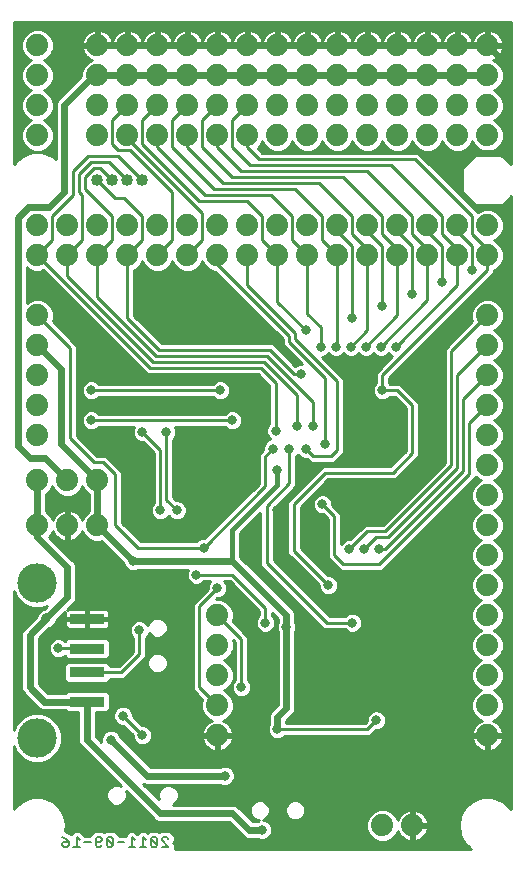
<source format=gbl>
G75*
G70*
%OFA0B0*%
%FSLAX24Y24*%
%IPPOS*%
%LPD*%
%AMOC8*
5,1,8,0,0,1.08239X$1,22.5*
%
%ADD10C,0.0080*%
%ADD11C,0.0740*%
%ADD12C,0.1310*%
%ADD13R,0.1181X0.0354*%
%ADD14C,0.0320*%
%ADD15C,0.0240*%
%ADD16C,0.0100*%
%ADD17C,0.0160*%
%ADD18C,0.0400*%
D10*
X005017Y000575D02*
X005017Y000629D01*
X005070Y000682D01*
X005230Y000682D01*
X005230Y000575D01*
X005177Y000522D01*
X005070Y000522D01*
X005017Y000575D01*
X005123Y000789D02*
X005230Y000682D01*
X005123Y000789D02*
X005017Y000842D01*
X005492Y000842D02*
X005492Y000522D01*
X005598Y000522D02*
X005385Y000522D01*
X005598Y000735D02*
X005492Y000842D01*
X005753Y000682D02*
X005967Y000682D01*
X006122Y000682D02*
X006282Y000682D01*
X006335Y000735D01*
X006335Y000789D01*
X006282Y000842D01*
X006175Y000842D01*
X006122Y000789D01*
X006122Y000575D01*
X006175Y000522D01*
X006282Y000522D01*
X006335Y000575D01*
X006490Y000575D02*
X006490Y000789D01*
X006703Y000575D01*
X006650Y000522D01*
X006543Y000522D01*
X006490Y000575D01*
X006703Y000575D02*
X006703Y000789D01*
X006650Y000842D01*
X006543Y000842D01*
X006490Y000789D01*
X006858Y000682D02*
X007072Y000682D01*
X007226Y000522D02*
X007440Y000522D01*
X007333Y000522D02*
X007333Y000842D01*
X007440Y000735D01*
X007595Y000522D02*
X007808Y000522D01*
X007702Y000522D02*
X007702Y000842D01*
X007808Y000735D01*
X007963Y000789D02*
X007963Y000575D01*
X008016Y000522D01*
X008123Y000522D01*
X008177Y000575D01*
X007963Y000789D01*
X008016Y000842D01*
X008123Y000842D01*
X008177Y000789D01*
X008177Y000575D01*
X008331Y000522D02*
X008545Y000522D01*
X008331Y000735D01*
X008331Y000789D01*
X008385Y000842D01*
X008492Y000842D01*
X008545Y000789D01*
D11*
X010185Y004232D03*
X010185Y005232D03*
X010185Y006232D03*
X010185Y007232D03*
X010185Y008232D03*
X006185Y011232D03*
X005185Y011232D03*
X004185Y011232D03*
X004185Y012732D03*
X005185Y012732D03*
X006185Y012732D03*
X004185Y014232D03*
X004185Y015232D03*
X004185Y016232D03*
X004185Y017232D03*
X004185Y018232D03*
X004185Y020232D03*
X004185Y021232D03*
X005185Y021232D03*
X005185Y020232D03*
X006185Y020232D03*
X006185Y021232D03*
X007185Y021232D03*
X007185Y020232D03*
X008185Y020232D03*
X008185Y021232D03*
X009185Y021232D03*
X009185Y020232D03*
X010185Y020232D03*
X010185Y021232D03*
X011185Y021232D03*
X011185Y020232D03*
X012185Y020232D03*
X012185Y021232D03*
X013185Y021232D03*
X013185Y020232D03*
X014185Y020232D03*
X014185Y021232D03*
X015185Y021232D03*
X015185Y020232D03*
X016185Y020232D03*
X016185Y021232D03*
X017185Y021232D03*
X017185Y020232D03*
X018185Y020232D03*
X018185Y021232D03*
X019185Y021232D03*
X019185Y020232D03*
X019185Y018232D03*
X019185Y017232D03*
X019185Y016232D03*
X019185Y015232D03*
X019185Y014232D03*
X019185Y013232D03*
X019185Y012232D03*
X019185Y011232D03*
X019185Y010232D03*
X019185Y009232D03*
X019185Y008232D03*
X019185Y007232D03*
X019185Y006232D03*
X019185Y005232D03*
X019185Y004232D03*
X016685Y001232D03*
X015685Y001232D03*
X016185Y024232D03*
X016185Y025232D03*
X016185Y026232D03*
X016185Y027232D03*
X017185Y027232D03*
X017185Y026232D03*
X018185Y026232D03*
X018185Y027232D03*
X019185Y027232D03*
X019185Y026232D03*
X019185Y025232D03*
X019185Y024232D03*
X018185Y024232D03*
X018185Y025232D03*
X017185Y025232D03*
X017185Y024232D03*
X015185Y024232D03*
X015185Y025232D03*
X015185Y026232D03*
X015185Y027232D03*
X014185Y027232D03*
X014185Y026232D03*
X014185Y025232D03*
X014185Y024232D03*
X013185Y024232D03*
X013185Y025232D03*
X013185Y026232D03*
X013185Y027232D03*
X012185Y027232D03*
X012185Y026232D03*
X011185Y026232D03*
X011185Y027232D03*
X010185Y027232D03*
X010185Y026232D03*
X010185Y025232D03*
X010185Y024232D03*
X011185Y024232D03*
X011185Y025232D03*
X012185Y025232D03*
X012185Y024232D03*
X009185Y024232D03*
X009185Y025232D03*
X009185Y026232D03*
X009185Y027232D03*
X008185Y027232D03*
X008185Y026232D03*
X008185Y025232D03*
X008185Y024232D03*
X007185Y024232D03*
X007185Y025232D03*
X007185Y026232D03*
X007185Y027232D03*
X006185Y027232D03*
X006185Y026232D03*
X006185Y025232D03*
X006185Y024232D03*
X004185Y024232D03*
X004185Y025232D03*
X004185Y026232D03*
X004185Y027232D03*
D12*
X004185Y009317D03*
X004185Y009317D03*
X004185Y004147D03*
X004185Y004147D03*
D13*
X005843Y005354D03*
X005843Y006338D03*
X005843Y007126D03*
X005843Y008110D03*
D14*
X004885Y007132D03*
X004485Y008132D03*
X006885Y009532D03*
X007385Y010032D03*
X008285Y011732D03*
X008835Y011732D03*
X008835Y010982D03*
X009735Y010482D03*
X009485Y009582D03*
X010185Y009132D03*
X011785Y007982D03*
X012485Y007832D03*
X013885Y009232D03*
X014135Y008682D03*
X014685Y007982D03*
X016685Y008732D03*
X015585Y010432D03*
X015085Y010432D03*
X014585Y010432D03*
X013685Y011932D03*
X013135Y013782D03*
X012585Y013782D03*
X012035Y013782D03*
X012135Y014382D03*
X011535Y014332D03*
X010985Y013782D03*
X010985Y013232D03*
X010985Y012332D03*
X012185Y011732D03*
X012185Y013082D03*
X012835Y014532D03*
X013385Y014532D03*
X013785Y013932D03*
X012985Y016282D03*
X013635Y017182D03*
X013135Y017732D03*
X012185Y017332D03*
X010385Y018432D03*
X010285Y015732D03*
X010685Y014732D03*
X008485Y014332D03*
X007685Y014332D03*
X007685Y013782D03*
X006185Y013882D03*
X005985Y014732D03*
X005985Y015732D03*
X005985Y016732D03*
X007585Y007732D03*
X007035Y004882D03*
X006635Y004082D03*
X007685Y004232D03*
X010435Y002882D03*
X011685Y001082D03*
X012185Y004432D03*
X010985Y005832D03*
X015485Y004732D03*
X016185Y015032D03*
X015685Y015732D03*
X015635Y017182D03*
X015135Y017182D03*
X014635Y017182D03*
X014135Y017182D03*
X014685Y018132D03*
X015685Y018532D03*
X016685Y018932D03*
X017685Y019332D03*
X018685Y019732D03*
X016135Y017182D03*
X017185Y015032D03*
D15*
X019885Y019332D02*
X019885Y021532D01*
X019585Y021832D01*
X018785Y021832D01*
X018285Y022332D01*
X018285Y023132D01*
X018785Y023632D01*
X019585Y023632D01*
X019885Y023932D01*
X019885Y026532D01*
X019185Y027232D01*
X018185Y027232D01*
X017185Y027232D01*
X016185Y027232D01*
X015185Y027232D01*
X014185Y027232D01*
X013185Y027232D01*
X012185Y027232D01*
X011185Y027232D01*
X010185Y027232D01*
X009185Y027232D01*
X008185Y027232D01*
X007185Y027232D01*
X006185Y027232D01*
X006185Y026232D02*
X006085Y026232D01*
X005085Y025232D01*
X005085Y022332D01*
X004585Y021832D01*
X003885Y021832D01*
X003535Y021482D01*
X003535Y013882D01*
X003935Y013482D01*
X004435Y013482D01*
X005185Y012732D01*
X006185Y012732D02*
X004985Y013932D01*
X004985Y016432D01*
X004185Y017232D01*
X004185Y012732D02*
X004185Y011232D01*
X004185Y010832D01*
X005185Y009832D01*
X005185Y008832D01*
X004485Y008132D01*
X003935Y007582D01*
X003935Y005832D01*
X004413Y005354D01*
X005843Y005354D01*
X005843Y004074D01*
X008285Y001632D01*
X010685Y001632D01*
X011235Y001082D01*
X011685Y001082D01*
X010435Y002882D02*
X007835Y002882D01*
X006635Y004082D01*
X007385Y010032D02*
X006185Y011232D01*
X006185Y012732D01*
X007385Y010032D02*
X010685Y010032D01*
X012485Y008232D01*
X012485Y007832D01*
X012485Y005132D01*
X012185Y004832D01*
X012185Y004432D01*
X012185Y026232D02*
X011185Y026232D01*
X010185Y026232D01*
X009185Y026232D01*
X008185Y026232D01*
X007185Y026232D01*
X006185Y026232D01*
X012185Y026232D02*
X013185Y026232D01*
X014185Y026232D01*
X015185Y026232D01*
X016185Y026232D01*
X017185Y026232D01*
X018185Y026232D01*
X019185Y026232D01*
D16*
X003405Y003874D02*
X003405Y001761D01*
X003454Y001845D01*
X003454Y001845D01*
X003454Y001845D01*
X003708Y002058D01*
X003708Y002058D01*
X004019Y002172D01*
X004019Y002172D01*
X004098Y002172D01*
X004171Y002172D01*
X004185Y002172D01*
X004272Y002172D01*
X004351Y002172D01*
X004351Y002172D01*
X004662Y002058D01*
X004662Y002058D01*
X004916Y001845D01*
X004916Y001845D01*
X005082Y001558D01*
X005082Y001558D01*
X005139Y001232D01*
X005139Y001232D01*
X005104Y001033D01*
X005173Y000999D01*
X005210Y000999D01*
X005248Y000961D01*
X005292Y000939D01*
X005405Y001052D01*
X005579Y001052D01*
X005702Y000929D01*
X005739Y000892D01*
X005928Y000892D01*
X005971Y000935D01*
X006035Y000999D01*
X006035Y000999D01*
X006088Y001052D01*
X006088Y001052D01*
X006088Y001052D01*
X006174Y001052D01*
X006195Y001052D01*
X006369Y001052D01*
X006412Y001008D01*
X006456Y001052D01*
X006456Y001052D01*
X006456Y001052D01*
X006544Y001052D01*
X006737Y001052D01*
X006860Y000929D01*
X006897Y000892D01*
X007123Y000892D01*
X007123Y000929D01*
X007246Y001052D01*
X007420Y001052D01*
X007517Y000955D01*
X007615Y001052D01*
X007789Y001052D01*
X007859Y000982D01*
X007876Y000999D01*
X007876Y000999D01*
X007929Y001052D01*
X007929Y001052D01*
X007930Y001052D01*
X008017Y001052D01*
X008210Y001052D01*
X008254Y001008D01*
X008298Y001052D01*
X008298Y001052D01*
X008384Y001052D01*
X008405Y001052D01*
X008579Y001052D01*
X008755Y000876D01*
X008755Y000702D01*
X008708Y000655D01*
X008755Y000609D01*
X008755Y000452D01*
X018652Y000452D01*
X018454Y000618D01*
X018454Y000618D01*
X018288Y000905D01*
X018230Y001232D01*
X018230Y001232D01*
X018288Y001558D01*
X018288Y001558D01*
X018454Y001845D01*
X018454Y001845D01*
X018454Y001845D01*
X018708Y002058D01*
X018708Y002058D01*
X019019Y002172D01*
X019019Y002172D01*
X019098Y002172D01*
X019182Y002172D01*
X019185Y002172D01*
X019272Y002172D01*
X019351Y002172D01*
X019351Y002172D01*
X019662Y002058D01*
X019662Y002058D01*
X019916Y001845D01*
X019916Y001845D01*
X019965Y001761D01*
X019965Y022203D01*
X019916Y022118D01*
X019916Y022118D01*
X019916Y022118D01*
X019662Y021905D01*
X019662Y021905D01*
X019351Y021792D01*
X019351Y021792D01*
X019185Y021792D01*
X019098Y021792D01*
X019019Y021792D01*
X019019Y021792D01*
X018708Y021905D01*
X018708Y021905D01*
X018454Y022118D01*
X018454Y022118D01*
X018288Y022405D01*
X018288Y022405D01*
X018230Y022732D01*
X018230Y022732D01*
X018288Y023058D01*
X018454Y023345D01*
X018454Y023345D01*
X018708Y023558D01*
X018708Y023558D01*
X019019Y023672D01*
X019019Y023672D01*
X019098Y023672D01*
X019184Y023672D01*
X019185Y023672D01*
X019272Y023672D01*
X019351Y023672D01*
X019351Y023672D01*
X019662Y023558D01*
X019662Y023558D01*
X019916Y023345D01*
X019916Y023345D01*
X019965Y023261D01*
X019965Y028012D01*
X003405Y028012D01*
X003405Y023261D01*
X003454Y023345D01*
X003454Y023345D01*
X003454Y023345D01*
X003708Y023558D01*
X003708Y023558D01*
X004019Y023672D01*
X004019Y023672D01*
X004098Y023672D01*
X004130Y023672D01*
X004185Y023672D01*
X004272Y023672D01*
X004351Y023672D01*
X004351Y023672D01*
X004662Y023558D01*
X004662Y023558D01*
X004795Y023447D01*
X004795Y025174D01*
X004795Y025289D01*
X004839Y025396D01*
X005645Y026202D01*
X005645Y026339D01*
X005727Y026538D01*
X005879Y026690D01*
X006007Y026743D01*
X005985Y026750D01*
X005912Y026787D01*
X005846Y026835D01*
X005788Y026893D01*
X005740Y026959D01*
X005703Y027032D01*
X005678Y027110D01*
X005666Y027182D01*
X006135Y027182D01*
X006135Y027282D01*
X006135Y027750D01*
X006063Y027739D01*
X005985Y027714D01*
X005912Y027677D01*
X005846Y027628D01*
X005788Y027571D01*
X005740Y027504D01*
X005703Y027431D01*
X005678Y027354D01*
X005666Y027282D01*
X006135Y027282D01*
X006235Y027282D01*
X006235Y027750D01*
X006307Y027739D01*
X006384Y027714D01*
X006457Y027677D01*
X006524Y027628D01*
X006581Y027571D01*
X006630Y027504D01*
X006667Y027431D01*
X006685Y027376D01*
X006703Y027431D01*
X006740Y027504D01*
X006788Y027571D01*
X006846Y027628D01*
X006912Y027677D01*
X006985Y027714D01*
X007063Y027739D01*
X007135Y027750D01*
X007135Y027282D01*
X007235Y027282D01*
X007235Y027750D01*
X007307Y027739D01*
X007384Y027714D01*
X007457Y027677D01*
X007524Y027628D01*
X007581Y027571D01*
X007630Y027504D01*
X007667Y027431D01*
X007685Y027376D01*
X007703Y027431D01*
X007740Y027504D01*
X007788Y027571D01*
X007846Y027628D01*
X007912Y027677D01*
X007985Y027714D01*
X008063Y027739D01*
X008135Y027750D01*
X008135Y027282D01*
X008235Y027282D01*
X008235Y027750D01*
X008307Y027739D01*
X008384Y027714D01*
X008457Y027677D01*
X008524Y027628D01*
X008581Y027571D01*
X008630Y027504D01*
X008667Y027431D01*
X008685Y027376D01*
X008703Y027431D01*
X008740Y027504D01*
X008788Y027571D01*
X008846Y027628D01*
X008912Y027677D01*
X008985Y027714D01*
X009063Y027739D01*
X009135Y027750D01*
X009135Y027282D01*
X009235Y027282D01*
X009235Y027750D01*
X009307Y027739D01*
X009384Y027714D01*
X009457Y027677D01*
X009524Y027628D01*
X009581Y027571D01*
X009630Y027504D01*
X009667Y027431D01*
X009685Y027376D01*
X009703Y027431D01*
X009740Y027504D01*
X009788Y027571D01*
X009846Y027628D01*
X009912Y027677D01*
X009985Y027714D01*
X010063Y027739D01*
X010135Y027750D01*
X010135Y027282D01*
X010235Y027282D01*
X010235Y027750D01*
X010307Y027739D01*
X010384Y027714D01*
X010457Y027677D01*
X010524Y027628D01*
X010581Y027571D01*
X010630Y027504D01*
X010667Y027431D01*
X010685Y027376D01*
X010703Y027431D01*
X010740Y027504D01*
X010788Y027571D01*
X010846Y027628D01*
X010912Y027677D01*
X010985Y027714D01*
X011063Y027739D01*
X011135Y027750D01*
X011135Y027282D01*
X011235Y027282D01*
X011235Y027750D01*
X011307Y027739D01*
X011384Y027714D01*
X011457Y027677D01*
X011524Y027628D01*
X011581Y027571D01*
X011630Y027504D01*
X011667Y027431D01*
X011685Y027376D01*
X011703Y027431D01*
X011740Y027504D01*
X011788Y027571D01*
X011846Y027628D01*
X011912Y027677D01*
X011985Y027714D01*
X012063Y027739D01*
X012135Y027750D01*
X012135Y027282D01*
X012235Y027282D01*
X012235Y027750D01*
X012307Y027739D01*
X012384Y027714D01*
X012457Y027677D01*
X012524Y027628D01*
X012581Y027571D01*
X012630Y027504D01*
X012667Y027431D01*
X012685Y027376D01*
X012703Y027431D01*
X012740Y027504D01*
X012788Y027571D01*
X012846Y027628D01*
X012912Y027677D01*
X012985Y027714D01*
X013063Y027739D01*
X013135Y027750D01*
X013135Y027282D01*
X013235Y027282D01*
X013235Y027750D01*
X013307Y027739D01*
X013384Y027714D01*
X013457Y027677D01*
X013524Y027628D01*
X013581Y027571D01*
X013630Y027504D01*
X013667Y027431D01*
X013685Y027376D01*
X013703Y027431D01*
X013740Y027504D01*
X013788Y027571D01*
X013846Y027628D01*
X013912Y027677D01*
X013985Y027714D01*
X014063Y027739D01*
X014135Y027750D01*
X014135Y027282D01*
X014235Y027282D01*
X014235Y027750D01*
X014307Y027739D01*
X014384Y027714D01*
X014457Y027677D01*
X014524Y027628D01*
X014581Y027571D01*
X014630Y027504D01*
X014667Y027431D01*
X014685Y027376D01*
X014703Y027431D01*
X014740Y027504D01*
X014788Y027571D01*
X014846Y027628D01*
X014912Y027677D01*
X014985Y027714D01*
X015063Y027739D01*
X015135Y027750D01*
X015135Y027282D01*
X015235Y027282D01*
X015235Y027750D01*
X015307Y027739D01*
X015384Y027714D01*
X015457Y027677D01*
X015524Y027628D01*
X015581Y027571D01*
X015630Y027504D01*
X015667Y027431D01*
X015685Y027376D01*
X015703Y027431D01*
X015740Y027504D01*
X015788Y027571D01*
X015846Y027628D01*
X015912Y027677D01*
X015985Y027714D01*
X016063Y027739D01*
X016135Y027750D01*
X016135Y027282D01*
X016235Y027282D01*
X016235Y027750D01*
X016307Y027739D01*
X016384Y027714D01*
X016457Y027677D01*
X016524Y027628D01*
X016581Y027571D01*
X016630Y027504D01*
X016667Y027431D01*
X016685Y027376D01*
X016703Y027431D01*
X016740Y027504D01*
X016788Y027571D01*
X016846Y027628D01*
X016912Y027677D01*
X016985Y027714D01*
X017063Y027739D01*
X017135Y027750D01*
X017135Y027282D01*
X017235Y027282D01*
X017235Y027750D01*
X017307Y027739D01*
X017384Y027714D01*
X017457Y027677D01*
X017524Y027628D01*
X017581Y027571D01*
X017630Y027504D01*
X017667Y027431D01*
X017685Y027376D01*
X017703Y027431D01*
X017740Y027504D01*
X017788Y027571D01*
X017846Y027628D01*
X017912Y027677D01*
X017985Y027714D01*
X018063Y027739D01*
X018135Y027750D01*
X018135Y027282D01*
X018235Y027282D01*
X018235Y027750D01*
X018307Y027739D01*
X018384Y027714D01*
X018457Y027677D01*
X018524Y027628D01*
X018581Y027571D01*
X018630Y027504D01*
X018667Y027431D01*
X018685Y027376D01*
X018703Y027431D01*
X018740Y027504D01*
X018788Y027571D01*
X018846Y027628D01*
X018912Y027677D01*
X018985Y027714D01*
X019063Y027739D01*
X019135Y027750D01*
X019135Y027282D01*
X019235Y027282D01*
X019235Y027750D01*
X019307Y027739D01*
X019384Y027714D01*
X019457Y027677D01*
X019524Y027628D01*
X019581Y027571D01*
X019630Y027504D01*
X019667Y027431D01*
X019692Y027354D01*
X019703Y027282D01*
X019235Y027282D01*
X019235Y027182D01*
X019703Y027182D01*
X019692Y027110D01*
X019667Y027032D01*
X019630Y026959D01*
X019581Y026893D01*
X019524Y026835D01*
X019457Y026787D01*
X019384Y026750D01*
X019362Y026743D01*
X019491Y026690D01*
X019643Y026538D01*
X019725Y026339D01*
X019725Y026124D01*
X019643Y025926D01*
X019491Y025774D01*
X019389Y025732D01*
X019491Y025690D01*
X019643Y025538D01*
X019725Y025339D01*
X019725Y025124D01*
X019643Y024926D01*
X019491Y024774D01*
X019389Y024732D01*
X019491Y024690D01*
X019643Y024538D01*
X019725Y024339D01*
X019725Y024124D01*
X019643Y023926D01*
X019491Y023774D01*
X019292Y023692D01*
X019077Y023692D01*
X018879Y023774D01*
X018727Y023926D01*
X018685Y024028D01*
X018643Y023926D01*
X018491Y023774D01*
X018292Y023692D01*
X018077Y023692D01*
X017879Y023774D01*
X017727Y023926D01*
X017685Y024028D01*
X017643Y023926D01*
X017491Y023774D01*
X017292Y023692D01*
X017077Y023692D01*
X016879Y023774D01*
X016727Y023926D01*
X016685Y024028D01*
X016643Y023926D01*
X016491Y023774D01*
X016292Y023692D01*
X016077Y023692D01*
X015879Y023774D01*
X015727Y023926D01*
X015685Y024028D01*
X015643Y023926D01*
X015491Y023774D01*
X015292Y023692D01*
X015077Y023692D01*
X014879Y023774D01*
X014727Y023926D01*
X014685Y024028D01*
X014643Y023926D01*
X014491Y023774D01*
X014292Y023692D01*
X014077Y023692D01*
X013879Y023774D01*
X013727Y023926D01*
X013685Y024028D01*
X013643Y023926D01*
X013491Y023774D01*
X013292Y023692D01*
X013077Y023692D01*
X012879Y023774D01*
X012727Y023926D01*
X012685Y024028D01*
X012643Y023926D01*
X012491Y023774D01*
X012292Y023692D01*
X012077Y023692D01*
X011879Y023774D01*
X011727Y023926D01*
X011685Y024028D01*
X011643Y023926D01*
X011522Y023806D01*
X011676Y023652D01*
X016876Y023652D01*
X017005Y023523D01*
X018859Y021669D01*
X018879Y021690D01*
X019077Y021772D01*
X019292Y021772D01*
X019491Y021690D01*
X019643Y021538D01*
X019725Y021339D01*
X019725Y021124D01*
X019643Y020926D01*
X019965Y020926D01*
X019965Y021024D02*
X019683Y021024D01*
X019643Y020926D02*
X019491Y020774D01*
X019389Y020732D01*
X019491Y020690D01*
X019643Y020538D01*
X019725Y020339D01*
X019725Y020124D01*
X019643Y019926D01*
X019491Y019774D01*
X019405Y019738D01*
X019405Y019641D01*
X015905Y016141D01*
X015905Y015978D01*
X015931Y015952D01*
X016276Y015952D01*
X016405Y015823D01*
X016905Y015323D01*
X016905Y015141D01*
X016905Y013541D01*
X016776Y013412D01*
X016126Y012762D01*
X015944Y012762D01*
X013876Y012762D01*
X012955Y011841D01*
X012955Y010473D01*
X013866Y009562D01*
X013951Y009562D01*
X014072Y009512D01*
X014165Y009419D01*
X014215Y009297D01*
X014215Y009166D01*
X014165Y009045D01*
X014072Y008952D01*
X013951Y008902D01*
X013819Y008902D01*
X013698Y008952D01*
X013605Y009045D01*
X013555Y009166D01*
X013555Y009251D01*
X012644Y010162D01*
X012515Y010291D01*
X012515Y011841D01*
X012515Y012023D01*
X013565Y013073D01*
X013694Y013202D01*
X015944Y013202D01*
X016465Y013723D01*
X016465Y015141D01*
X016094Y015512D01*
X015931Y015512D01*
X015872Y015452D01*
X015751Y015402D01*
X015619Y015402D01*
X015498Y015452D01*
X015405Y015545D01*
X015355Y015666D01*
X015355Y015797D01*
X015405Y015919D01*
X015465Y015978D01*
X015465Y016323D01*
X015594Y016452D01*
X016016Y016874D01*
X015948Y016902D01*
X015885Y016965D01*
X015822Y016902D01*
X015701Y016852D01*
X015569Y016852D01*
X015448Y016902D01*
X015385Y016965D01*
X015322Y016902D01*
X015201Y016852D01*
X015069Y016852D01*
X014948Y016902D01*
X014885Y016965D01*
X014822Y016902D01*
X014701Y016852D01*
X014569Y016852D01*
X014448Y016902D01*
X014385Y016965D01*
X014322Y016902D01*
X014201Y016852D01*
X014069Y016852D01*
X013948Y016902D01*
X013885Y016965D01*
X013822Y016902D01*
X013701Y016852D01*
X013676Y016852D01*
X014405Y016123D01*
X014405Y015941D01*
X014405Y013641D01*
X014276Y013512D01*
X014076Y013312D01*
X013894Y013312D01*
X013294Y013312D01*
X013165Y013441D01*
X013154Y013452D01*
X013069Y013452D01*
X012948Y013502D01*
X012860Y013590D01*
X012805Y013535D01*
X012915Y013535D01*
X012805Y013535D02*
X012805Y012723D01*
X012805Y012541D01*
X012055Y011791D01*
X012055Y010073D01*
X013926Y008202D01*
X014438Y008202D01*
X014498Y008262D01*
X014619Y008312D01*
X014751Y008312D01*
X014872Y008262D01*
X014965Y008169D01*
X015015Y008047D01*
X015015Y007916D01*
X014965Y007795D01*
X014872Y007702D01*
X014751Y007652D01*
X014619Y007652D01*
X014498Y007702D01*
X014438Y007762D01*
X013744Y007762D01*
X013615Y007891D01*
X011615Y009891D01*
X011615Y010073D01*
X011615Y011658D01*
X010935Y010978D01*
X010935Y010192D01*
X012731Y008396D01*
X012775Y008289D01*
X012775Y008174D01*
X012775Y007994D01*
X012815Y007897D01*
X012815Y007766D01*
X012775Y007670D01*
X012775Y005189D01*
X012775Y005074D01*
X012731Y004968D01*
X012475Y004712D01*
X012475Y004652D01*
X015094Y004652D01*
X015155Y004713D01*
X015155Y004797D01*
X015205Y004919D01*
X015298Y005012D01*
X015419Y005062D01*
X015551Y005062D01*
X015672Y005012D01*
X015765Y004919D01*
X015815Y004797D01*
X015815Y004666D01*
X015765Y004545D01*
X015672Y004452D01*
X015551Y004402D01*
X015466Y004402D01*
X015405Y004341D01*
X015276Y004212D01*
X012432Y004212D01*
X012372Y004152D01*
X012251Y004102D01*
X012119Y004102D01*
X011998Y004152D01*
X011905Y004245D01*
X011855Y004366D01*
X011855Y004497D01*
X011895Y004594D01*
X011895Y004774D01*
X011895Y004889D01*
X011939Y004996D01*
X012195Y005252D01*
X012195Y007670D01*
X012155Y007766D01*
X012155Y007897D01*
X012195Y007994D01*
X012195Y008112D01*
X012005Y008302D01*
X012005Y008228D01*
X012065Y008169D01*
X012115Y008047D01*
X012115Y007916D01*
X012065Y007795D01*
X011972Y007702D01*
X011851Y007652D01*
X011719Y007652D01*
X011598Y007702D01*
X011505Y007795D01*
X011455Y007916D01*
X011455Y008047D01*
X011505Y008169D01*
X011565Y008228D01*
X011565Y008391D01*
X010594Y009362D01*
X010421Y009362D01*
X010465Y009319D01*
X010515Y009197D01*
X010515Y009066D01*
X010465Y008945D01*
X010372Y008852D01*
X010251Y008802D01*
X010166Y008802D01*
X010136Y008772D01*
X010292Y008772D01*
X010491Y008690D01*
X010643Y008538D01*
X010725Y008339D01*
X010725Y008124D01*
X010689Y008038D01*
X011076Y007652D01*
X011205Y007523D01*
X011205Y006078D01*
X011265Y006019D01*
X011315Y005897D01*
X011315Y005766D01*
X011265Y005645D01*
X011172Y005552D01*
X011051Y005502D01*
X010919Y005502D01*
X010798Y005552D01*
X010705Y005645D01*
X010655Y005766D01*
X010655Y005897D01*
X010705Y006019D01*
X010765Y006078D01*
X010765Y007341D01*
X010695Y007410D01*
X010725Y007339D01*
X010725Y007124D01*
X010643Y006926D01*
X010491Y006774D01*
X010389Y006732D01*
X010491Y006690D01*
X010643Y006538D01*
X010725Y006339D01*
X010725Y006124D01*
X010643Y005926D01*
X010491Y005774D01*
X010389Y005732D01*
X010491Y005690D01*
X010643Y005538D01*
X010725Y005339D01*
X010725Y005124D01*
X010643Y004926D01*
X010491Y004774D01*
X010362Y004721D01*
X010384Y004714D01*
X010457Y004677D01*
X010524Y004628D01*
X010581Y004571D01*
X010630Y004504D01*
X010667Y004431D01*
X010692Y004354D01*
X010703Y004282D01*
X010235Y004282D01*
X010235Y004182D01*
X010703Y004182D01*
X010692Y004110D01*
X010667Y004032D01*
X010630Y003959D01*
X010581Y003893D01*
X010524Y003835D01*
X010457Y003787D01*
X010384Y003750D01*
X010307Y003725D01*
X010235Y003713D01*
X010235Y004182D01*
X010135Y004182D01*
X009666Y004182D01*
X009678Y004110D01*
X009703Y004032D01*
X009740Y003959D01*
X009788Y003893D01*
X009846Y003835D01*
X009912Y003787D01*
X009985Y003750D01*
X010063Y003725D01*
X010135Y003713D01*
X010135Y004182D01*
X010135Y004282D01*
X009666Y004282D01*
X009678Y004354D01*
X009703Y004431D01*
X009740Y004504D01*
X009788Y004571D01*
X009846Y004628D01*
X009912Y004677D01*
X009985Y004714D01*
X010007Y004721D01*
X009879Y004774D01*
X009727Y004926D01*
X009645Y005124D01*
X009645Y005339D01*
X009680Y005425D01*
X009494Y005612D01*
X009365Y005741D01*
X009365Y008441D01*
X009365Y008623D01*
X009855Y009113D01*
X009855Y009197D01*
X009905Y009319D01*
X009948Y009362D01*
X009732Y009362D01*
X009672Y009302D01*
X009551Y009252D01*
X009419Y009252D01*
X009298Y009302D01*
X009205Y009395D01*
X009155Y009516D01*
X009155Y009647D01*
X009194Y009742D01*
X007547Y009742D01*
X007451Y009702D01*
X007319Y009702D01*
X007198Y009752D01*
X007105Y009845D01*
X007065Y009941D01*
X006308Y010698D01*
X006292Y010692D01*
X006077Y010692D01*
X005879Y010774D01*
X005727Y010926D01*
X005674Y011054D01*
X005667Y011032D01*
X005630Y010959D01*
X005581Y010893D01*
X005524Y010835D01*
X005457Y010787D01*
X005384Y010750D01*
X005307Y010725D01*
X005235Y010713D01*
X005235Y011182D01*
X005135Y011182D01*
X005135Y010713D01*
X005063Y010725D01*
X004985Y010750D01*
X004912Y010787D01*
X004846Y010835D01*
X004788Y010893D01*
X004740Y010959D01*
X004703Y011032D01*
X004696Y011054D01*
X004643Y010926D01*
X004572Y010855D01*
X005349Y010078D01*
X005349Y010078D01*
X005431Y009996D01*
X005475Y009889D01*
X007087Y009889D01*
X007019Y009988D02*
X005434Y009988D01*
X005475Y009889D02*
X005475Y008774D01*
X005431Y008668D01*
X005349Y008586D01*
X005349Y008586D01*
X005183Y008420D01*
X005195Y008427D01*
X005233Y008437D01*
X005804Y008437D01*
X005804Y008149D01*
X005882Y008149D01*
X005882Y008437D01*
X006453Y008437D01*
X006492Y008427D01*
X006526Y008407D01*
X006554Y008379D01*
X006573Y008345D01*
X006584Y008307D01*
X006584Y008148D01*
X005882Y008148D01*
X005882Y008071D01*
X006584Y008071D01*
X006584Y007913D01*
X006573Y007875D01*
X006554Y007840D01*
X006526Y007813D01*
X006492Y007793D01*
X006453Y007783D01*
X005882Y007783D01*
X005882Y008071D01*
X005804Y008071D01*
X005103Y008071D01*
X005103Y007913D01*
X005113Y007875D01*
X005133Y007840D01*
X005160Y007813D01*
X005195Y007793D01*
X005233Y007783D01*
X005804Y007783D01*
X005804Y008071D01*
X005804Y008148D01*
X005103Y008148D01*
X005103Y008307D01*
X005113Y008345D01*
X005120Y008356D01*
X004805Y008041D01*
X004765Y007945D01*
X004672Y007852D01*
X004575Y007812D01*
X004225Y007462D01*
X004225Y005952D01*
X004533Y005644D01*
X005125Y005644D01*
X005182Y005701D01*
X006504Y005701D01*
X006604Y005601D01*
X006604Y005106D01*
X006504Y005007D01*
X006133Y005007D01*
X006133Y004194D01*
X006305Y004022D01*
X006305Y004147D01*
X006355Y004269D01*
X006448Y004362D01*
X006569Y004412D01*
X006701Y004412D01*
X006822Y004362D01*
X006915Y004269D01*
X006955Y004172D01*
X007955Y003172D01*
X010273Y003172D01*
X010369Y003212D01*
X010501Y003212D01*
X010622Y003162D01*
X010715Y003069D01*
X010765Y002947D01*
X010765Y002816D01*
X010715Y002695D01*
X010622Y002602D01*
X010501Y002552D01*
X010369Y002552D01*
X010273Y002592D01*
X007893Y002592D01*
X007777Y002592D01*
X007705Y002622D01*
X008232Y002095D01*
X008204Y002163D01*
X008204Y002301D01*
X008257Y002428D01*
X008354Y002526D01*
X008482Y002579D01*
X008620Y002579D01*
X008748Y002526D01*
X008845Y002428D01*
X008898Y002301D01*
X008898Y002163D01*
X008845Y002035D01*
X008748Y001937D01*
X008710Y001922D01*
X010627Y001922D01*
X010743Y001922D01*
X010849Y001878D01*
X011355Y001372D01*
X011523Y001372D01*
X011578Y001394D01*
X011527Y001394D01*
X011403Y001446D01*
X011308Y001541D01*
X011257Y001665D01*
X011257Y001799D01*
X011308Y001923D01*
X011403Y002018D01*
X011527Y002069D01*
X011661Y002069D01*
X011785Y002018D01*
X011880Y001923D01*
X011932Y001799D01*
X011932Y001665D01*
X011880Y001541D01*
X011785Y001446D01*
X011703Y001412D01*
X011751Y001412D01*
X011872Y001362D01*
X011965Y001269D01*
X012015Y001147D01*
X012015Y001016D01*
X011965Y000895D01*
X011872Y000802D01*
X011751Y000752D01*
X011619Y000752D01*
X011523Y000792D01*
X011177Y000792D01*
X011071Y000836D01*
X010989Y000918D01*
X010565Y001342D01*
X008227Y001342D01*
X008121Y001386D01*
X008039Y001468D01*
X007138Y002369D01*
X007166Y002301D01*
X007166Y002163D01*
X007113Y002035D01*
X007015Y001937D01*
X006888Y001885D01*
X006750Y001885D01*
X006622Y001937D01*
X006524Y002035D01*
X006472Y002163D01*
X006472Y002301D01*
X003405Y002301D01*
X003405Y002203D02*
X006472Y002203D01*
X006472Y002301D02*
X006524Y002428D01*
X006622Y002526D01*
X006750Y002579D01*
X006888Y002579D01*
X006956Y002551D01*
X005597Y003909D01*
X005553Y004016D01*
X005553Y004131D01*
X005553Y005007D01*
X005182Y005007D01*
X005125Y005064D01*
X004471Y005064D01*
X004355Y005064D01*
X004249Y005108D01*
X003689Y005668D01*
X003645Y005774D01*
X003645Y005889D01*
X003645Y007524D01*
X003405Y007524D01*
X003405Y007623D02*
X003645Y007623D01*
X003645Y007639D02*
X003645Y007524D01*
X003645Y007425D02*
X003405Y007425D01*
X003405Y007327D02*
X003645Y007327D01*
X003645Y007228D02*
X003405Y007228D01*
X003405Y007130D02*
X003645Y007130D01*
X003645Y007031D02*
X003405Y007031D01*
X003405Y006933D02*
X003645Y006933D01*
X003645Y006834D02*
X003405Y006834D01*
X003405Y006736D02*
X003645Y006736D01*
X003645Y006637D02*
X003405Y006637D01*
X003405Y006539D02*
X003645Y006539D01*
X003645Y006440D02*
X003405Y006440D01*
X003405Y006341D02*
X003645Y006341D01*
X003645Y006243D02*
X003405Y006243D01*
X003405Y006144D02*
X003645Y006144D01*
X003645Y006046D02*
X003405Y006046D01*
X003405Y005947D02*
X003645Y005947D01*
X003645Y005849D02*
X003405Y005849D01*
X003405Y005750D02*
X003655Y005750D01*
X003705Y005652D02*
X003405Y005652D01*
X003405Y005553D02*
X003803Y005553D01*
X003902Y005455D02*
X003405Y005455D01*
X003405Y005356D02*
X004000Y005356D01*
X004099Y005258D02*
X003405Y005258D01*
X003405Y005159D02*
X004198Y005159D01*
X004349Y004972D02*
X004021Y004972D01*
X003718Y004846D01*
X003485Y004614D01*
X003405Y004419D01*
X003405Y009044D01*
X003485Y008849D01*
X003718Y008617D01*
X004021Y008492D01*
X004349Y008492D01*
X004496Y008553D01*
X004394Y008451D01*
X004298Y008412D01*
X004205Y008319D01*
X004165Y008222D01*
X003689Y007746D01*
X003645Y007639D01*
X003679Y007721D02*
X003405Y007721D01*
X003405Y007820D02*
X003763Y007820D01*
X003861Y007918D02*
X003405Y007918D01*
X003405Y008017D02*
X003960Y008017D01*
X004058Y008115D02*
X003405Y008115D01*
X003405Y008214D02*
X004157Y008214D01*
X004203Y008312D02*
X003405Y008312D01*
X003405Y008411D02*
X004297Y008411D01*
X004391Y008509D02*
X004452Y008509D01*
X003978Y008509D02*
X003405Y008509D01*
X003405Y008608D02*
X003740Y008608D01*
X003628Y008707D02*
X003405Y008707D01*
X003405Y008805D02*
X003530Y008805D01*
X003463Y008904D02*
X003405Y008904D01*
X003405Y009002D02*
X003422Y009002D01*
X004484Y007721D02*
X007255Y007721D01*
X007255Y007666D02*
X007305Y007545D01*
X007365Y007485D01*
X007365Y007023D01*
X006894Y006552D01*
X006604Y006552D01*
X006604Y006586D01*
X006504Y006685D01*
X005182Y006685D01*
X005083Y006586D01*
X005083Y006091D01*
X005182Y005991D01*
X006504Y005991D01*
X006604Y006091D01*
X006604Y006112D01*
X007076Y006112D01*
X007205Y006241D01*
X007805Y006841D01*
X007805Y007023D01*
X007805Y007485D01*
X007865Y007545D01*
X007900Y007630D01*
X007994Y007536D01*
X008118Y007485D01*
X008252Y007485D01*
X008376Y007536D01*
X008471Y007631D01*
X008522Y007755D01*
X008522Y007889D01*
X008471Y008013D01*
X008376Y008108D01*
X008252Y008160D01*
X008118Y008160D01*
X007994Y008108D01*
X007899Y008013D01*
X007861Y007922D01*
X007772Y008012D01*
X007651Y008062D01*
X007519Y008062D01*
X007398Y008012D01*
X007305Y007919D01*
X007255Y007797D01*
X007255Y007666D01*
X007273Y007623D02*
X004386Y007623D01*
X004287Y007524D02*
X007326Y007524D01*
X007365Y007425D02*
X006551Y007425D01*
X006504Y007473D02*
X005182Y007473D01*
X005096Y007387D01*
X005072Y007412D01*
X004951Y007462D01*
X004819Y007462D01*
X004698Y007412D01*
X004605Y007319D01*
X004555Y007197D01*
X004555Y007066D01*
X004605Y006945D01*
X004698Y006852D01*
X004819Y006802D01*
X004951Y006802D01*
X005072Y006852D01*
X005090Y006870D01*
X005182Y006778D01*
X006504Y006778D01*
X006604Y006878D01*
X006604Y007373D01*
X006504Y007473D01*
X006604Y007327D02*
X007365Y007327D01*
X007365Y007228D02*
X006604Y007228D01*
X006604Y007130D02*
X007365Y007130D01*
X007365Y007031D02*
X006604Y007031D01*
X006604Y006933D02*
X007275Y006933D01*
X007176Y006834D02*
X006560Y006834D01*
X006552Y006637D02*
X006979Y006637D01*
X007078Y006736D02*
X004225Y006736D01*
X004225Y006834D02*
X004741Y006834D01*
X004617Y006933D02*
X004225Y006933D01*
X004225Y007031D02*
X004569Y007031D01*
X004555Y007130D02*
X004225Y007130D01*
X004225Y007228D02*
X004568Y007228D01*
X004613Y007327D02*
X004225Y007327D01*
X004225Y007425D02*
X004732Y007425D01*
X004885Y007132D02*
X005837Y007132D01*
X005843Y007126D01*
X005843Y006338D02*
X005849Y006332D01*
X006985Y006332D01*
X007585Y006932D01*
X007585Y007732D01*
X007844Y007524D02*
X008024Y007524D01*
X007908Y007623D02*
X007897Y007623D01*
X007805Y007425D02*
X009365Y007425D01*
X009365Y007327D02*
X007805Y007327D01*
X007805Y007228D02*
X009365Y007228D01*
X009365Y007130D02*
X007805Y007130D01*
X007805Y007031D02*
X009365Y007031D01*
X009365Y006933D02*
X008363Y006933D01*
X008376Y006927D02*
X008252Y006979D01*
X008118Y006979D01*
X007994Y006927D01*
X007899Y006832D01*
X007848Y006708D01*
X007848Y006574D01*
X007899Y006450D01*
X007994Y006355D01*
X008118Y006304D01*
X008252Y006304D01*
X008376Y006355D01*
X008471Y006450D01*
X008522Y006574D01*
X008522Y006708D01*
X008471Y006832D01*
X008376Y006927D01*
X008469Y006834D02*
X009365Y006834D01*
X009365Y006736D02*
X008511Y006736D01*
X008522Y006637D02*
X009365Y006637D01*
X009365Y006539D02*
X008507Y006539D01*
X008461Y006440D02*
X009365Y006440D01*
X009365Y006341D02*
X008343Y006341D01*
X008027Y006341D02*
X007306Y006341D01*
X007207Y006243D02*
X009365Y006243D01*
X009365Y006144D02*
X007109Y006144D01*
X007205Y006241D02*
X007205Y006241D01*
X007404Y006440D02*
X007909Y006440D01*
X007862Y006539D02*
X007503Y006539D01*
X007601Y006637D02*
X007848Y006637D01*
X007859Y006736D02*
X007700Y006736D01*
X007798Y006834D02*
X007901Y006834D01*
X007805Y006933D02*
X008007Y006933D01*
X008346Y007524D02*
X009365Y007524D01*
X009365Y007623D02*
X008462Y007623D01*
X008508Y007721D02*
X009365Y007721D01*
X009365Y007820D02*
X008522Y007820D01*
X008510Y007918D02*
X009365Y007918D01*
X009365Y008017D02*
X008468Y008017D01*
X008359Y008115D02*
X009365Y008115D01*
X009365Y008214D02*
X006584Y008214D01*
X006582Y008312D02*
X009365Y008312D01*
X009365Y008411D02*
X006519Y008411D01*
X006584Y008017D02*
X007411Y008017D01*
X007305Y007918D02*
X006584Y007918D01*
X006533Y007820D02*
X007264Y007820D01*
X007759Y008017D02*
X007902Y008017D01*
X008011Y008115D02*
X005882Y008115D01*
X005804Y008115D02*
X004878Y008115D01*
X004794Y008017D02*
X005103Y008017D01*
X005103Y007918D02*
X004738Y007918D01*
X004594Y007820D02*
X005153Y007820D01*
X005103Y008214D02*
X004977Y008214D01*
X005076Y008312D02*
X005104Y008312D01*
X005273Y008509D02*
X009365Y008509D01*
X009365Y008608D02*
X005371Y008608D01*
X005447Y008707D02*
X009449Y008707D01*
X009547Y008805D02*
X005475Y008805D01*
X005475Y008904D02*
X009646Y008904D01*
X009744Y009002D02*
X005475Y009002D01*
X005475Y009101D02*
X009843Y009101D01*
X009856Y009199D02*
X005475Y009199D01*
X005475Y009298D02*
X009308Y009298D01*
X009204Y009396D02*
X005475Y009396D01*
X005475Y009495D02*
X009164Y009495D01*
X009155Y009593D02*
X005475Y009593D01*
X005475Y009692D02*
X009173Y009692D01*
X009485Y009582D02*
X010685Y009582D01*
X011785Y008482D01*
X011785Y007982D01*
X011550Y008214D02*
X010725Y008214D01*
X010725Y008312D02*
X011565Y008312D01*
X011545Y008411D02*
X010695Y008411D01*
X010654Y008509D02*
X011446Y008509D01*
X011348Y008608D02*
X010572Y008608D01*
X010450Y008707D02*
X011249Y008707D01*
X011150Y008805D02*
X010258Y008805D01*
X010423Y008904D02*
X011052Y008904D01*
X010953Y009002D02*
X010488Y009002D01*
X010515Y009101D02*
X010855Y009101D01*
X010756Y009199D02*
X010514Y009199D01*
X010473Y009298D02*
X010658Y009298D01*
X010185Y009132D02*
X009585Y008532D01*
X009585Y005832D01*
X010185Y005232D01*
X010529Y005652D02*
X010702Y005652D01*
X010661Y005750D02*
X010433Y005750D01*
X010566Y005849D02*
X010655Y005849D01*
X010651Y005947D02*
X010676Y005947D01*
X010692Y006046D02*
X010732Y006046D01*
X010725Y006144D02*
X010765Y006144D01*
X010765Y006243D02*
X010725Y006243D01*
X010724Y006341D02*
X010765Y006341D01*
X010765Y006440D02*
X010683Y006440D01*
X010642Y006539D02*
X010765Y006539D01*
X010765Y006637D02*
X010543Y006637D01*
X010398Y006736D02*
X010765Y006736D01*
X010765Y006834D02*
X010551Y006834D01*
X010645Y006933D02*
X010765Y006933D01*
X010765Y007031D02*
X010686Y007031D01*
X010725Y007130D02*
X010765Y007130D01*
X010765Y007228D02*
X010725Y007228D01*
X010725Y007327D02*
X010765Y007327D01*
X010985Y007432D02*
X010985Y005832D01*
X011294Y005947D02*
X012195Y005947D01*
X012195Y005849D02*
X011315Y005849D01*
X011308Y005750D02*
X012195Y005750D01*
X012195Y005652D02*
X011267Y005652D01*
X011173Y005553D02*
X012195Y005553D01*
X012195Y005455D02*
X010677Y005455D01*
X010718Y005356D02*
X012195Y005356D01*
X012195Y005258D02*
X010725Y005258D01*
X010725Y005159D02*
X012102Y005159D01*
X012003Y005060D02*
X010698Y005060D01*
X010658Y004962D02*
X011925Y004962D01*
X011895Y004863D02*
X010580Y004863D01*
X010468Y004765D02*
X011895Y004765D01*
X011895Y004666D02*
X010472Y004666D01*
X010584Y004568D02*
X011884Y004568D01*
X011855Y004469D02*
X010648Y004469D01*
X010687Y004371D02*
X011855Y004371D01*
X011894Y004272D02*
X010235Y004272D01*
X010235Y004174D02*
X010135Y004174D01*
X010135Y004272D02*
X008015Y004272D01*
X008015Y004297D02*
X007965Y004419D01*
X007872Y004512D01*
X007751Y004562D01*
X007666Y004562D01*
X007365Y004863D01*
X007365Y004947D01*
X007315Y005069D01*
X007222Y005162D01*
X007101Y005212D01*
X006969Y005212D01*
X006848Y005162D01*
X006755Y005069D01*
X006705Y004947D01*
X006705Y004816D01*
X006755Y004695D01*
X006848Y004602D01*
X006969Y004552D01*
X007054Y004552D01*
X007355Y004251D01*
X007355Y004166D01*
X007405Y004045D01*
X007498Y003952D01*
X007619Y003902D01*
X007751Y003902D01*
X007872Y003952D01*
X007965Y004045D01*
X008015Y004166D01*
X008015Y004297D01*
X007985Y004371D02*
X009683Y004371D01*
X009722Y004469D02*
X007914Y004469D01*
X007660Y004568D02*
X009786Y004568D01*
X009898Y004666D02*
X007561Y004666D01*
X007463Y004765D02*
X009901Y004765D01*
X009790Y004863D02*
X007365Y004863D01*
X007359Y004962D02*
X009712Y004962D01*
X009671Y005060D02*
X007318Y005060D01*
X007224Y005159D02*
X009645Y005159D01*
X009645Y005258D02*
X006604Y005258D01*
X006604Y005356D02*
X009652Y005356D01*
X009651Y005455D02*
X006604Y005455D01*
X006604Y005553D02*
X009552Y005553D01*
X009454Y005652D02*
X006553Y005652D01*
X006559Y006046D02*
X009365Y006046D01*
X009365Y005947D02*
X004229Y005947D01*
X004225Y006046D02*
X005127Y006046D01*
X005083Y006144D02*
X004225Y006144D01*
X004225Y006243D02*
X005083Y006243D01*
X005083Y006341D02*
X004225Y006341D01*
X004225Y006440D02*
X005083Y006440D01*
X005083Y006539D02*
X004225Y006539D01*
X004225Y006637D02*
X005134Y006637D01*
X005126Y006834D02*
X005029Y006834D01*
X005038Y007425D02*
X005135Y007425D01*
X005804Y007820D02*
X005882Y007820D01*
X005882Y007918D02*
X005804Y007918D01*
X005804Y008017D02*
X005882Y008017D01*
X005882Y008214D02*
X005804Y008214D01*
X005804Y008312D02*
X005882Y008312D01*
X005882Y008411D02*
X005804Y008411D01*
X005475Y009791D02*
X007159Y009791D01*
X006920Y010086D02*
X005341Y010086D01*
X005242Y010185D02*
X006822Y010185D01*
X006723Y010283D02*
X005144Y010283D01*
X005045Y010382D02*
X006625Y010382D01*
X006526Y010480D02*
X004946Y010480D01*
X004848Y010579D02*
X006428Y010579D01*
X006329Y010677D02*
X004749Y010677D01*
X004651Y010776D02*
X004934Y010776D01*
X004807Y010874D02*
X004591Y010874D01*
X004662Y010973D02*
X004733Y010973D01*
X004696Y011409D02*
X004643Y011538D01*
X004491Y011690D01*
X004475Y011696D01*
X004475Y012267D01*
X004491Y012274D01*
X004643Y012426D01*
X004685Y012528D01*
X004727Y012426D01*
X004879Y012274D01*
X005077Y012192D01*
X005292Y012192D01*
X005491Y012274D01*
X005643Y012426D01*
X005685Y012528D01*
X005727Y012426D01*
X005879Y012274D01*
X005895Y012267D01*
X005895Y011696D01*
X005879Y011690D01*
X005727Y011538D01*
X005674Y011409D01*
X005667Y011431D01*
X005630Y011504D01*
X005581Y011571D01*
X005524Y011628D01*
X005457Y011677D01*
X005384Y011714D01*
X005307Y011739D01*
X005235Y011750D01*
X005235Y011282D01*
X005135Y011282D01*
X005135Y011750D01*
X005063Y011739D01*
X004985Y011714D01*
X004912Y011677D01*
X004846Y011628D01*
X004788Y011571D01*
X004740Y011504D01*
X004703Y011431D01*
X004696Y011409D01*
X004672Y011466D02*
X004721Y011466D01*
X004784Y011564D02*
X004616Y011564D01*
X004517Y011663D02*
X004894Y011663D01*
X005135Y011663D02*
X005235Y011663D01*
X005235Y011564D02*
X005135Y011564D01*
X005135Y011466D02*
X005235Y011466D01*
X005235Y011367D02*
X005135Y011367D01*
X005135Y011170D02*
X005235Y011170D01*
X005235Y011072D02*
X005135Y011072D01*
X005135Y010973D02*
X005235Y010973D01*
X005235Y010874D02*
X005135Y010874D01*
X005135Y010776D02*
X005235Y010776D01*
X005436Y010776D02*
X005877Y010776D01*
X005779Y010874D02*
X005563Y010874D01*
X005637Y010973D02*
X005708Y010973D01*
X005697Y011466D02*
X005649Y011466D01*
X005586Y011564D02*
X005754Y011564D01*
X005852Y011663D02*
X005476Y011663D01*
X005895Y011761D02*
X004475Y011761D01*
X004475Y011860D02*
X005895Y011860D01*
X005895Y011958D02*
X004475Y011958D01*
X004475Y012057D02*
X005895Y012057D01*
X005895Y012156D02*
X004475Y012156D01*
X004475Y012254D02*
X004927Y012254D01*
X004800Y012353D02*
X004569Y012353D01*
X004653Y012451D02*
X004717Y012451D01*
X005443Y012254D02*
X005895Y012254D01*
X005800Y012353D02*
X005569Y012353D01*
X005653Y012451D02*
X005717Y012451D01*
X006085Y013332D02*
X005285Y014132D01*
X005285Y017132D01*
X004185Y018232D01*
X004521Y018659D02*
X005446Y018659D01*
X005545Y018561D02*
X004619Y018561D01*
X004643Y018538D02*
X004491Y018690D01*
X004292Y018772D01*
X004077Y018772D01*
X003879Y018690D01*
X003825Y018635D01*
X003825Y019828D01*
X003879Y019774D01*
X004077Y019692D01*
X004292Y019692D01*
X004378Y019727D01*
X007844Y016262D01*
X008026Y016262D01*
X011544Y016262D01*
X011915Y015891D01*
X011915Y014628D01*
X011855Y014569D01*
X011805Y014447D01*
X011805Y014316D01*
X011855Y014195D01*
X011947Y014103D01*
X011848Y014062D01*
X011755Y013969D01*
X011705Y013847D01*
X011705Y013763D01*
X011694Y013752D01*
X011565Y013623D01*
X011565Y012623D01*
X009754Y010812D01*
X009669Y010812D01*
X009548Y010762D01*
X009488Y010702D01*
X007626Y010702D01*
X007005Y011323D01*
X007005Y012841D01*
X007005Y013023D01*
X006605Y013423D01*
X006476Y013552D01*
X006176Y013552D01*
X005505Y014223D01*
X005505Y017223D01*
X005376Y017352D01*
X004689Y018038D01*
X004725Y018124D01*
X004725Y018339D01*
X004643Y018538D01*
X004674Y018462D02*
X005643Y018462D01*
X005742Y018364D02*
X004715Y018364D01*
X004725Y018265D02*
X005840Y018265D01*
X005939Y018167D02*
X004725Y018167D01*
X004702Y018068D02*
X006037Y018068D01*
X006136Y017970D02*
X004758Y017970D01*
X004857Y017871D02*
X006234Y017871D01*
X006333Y017773D02*
X004955Y017773D01*
X005054Y017674D02*
X006432Y017674D01*
X006530Y017575D02*
X005152Y017575D01*
X005251Y017477D02*
X006629Y017477D01*
X006727Y017378D02*
X005349Y017378D01*
X005448Y017280D02*
X006826Y017280D01*
X006924Y017181D02*
X005505Y017181D01*
X005505Y017083D02*
X007023Y017083D01*
X007121Y016984D02*
X005505Y016984D01*
X005505Y016886D02*
X007220Y016886D01*
X007318Y016787D02*
X005505Y016787D01*
X005505Y016689D02*
X007417Y016689D01*
X007516Y016590D02*
X005505Y016590D01*
X005505Y016491D02*
X007614Y016491D01*
X007713Y016393D02*
X005505Y016393D01*
X005505Y016294D02*
X007811Y016294D01*
X007935Y016482D02*
X004185Y020232D01*
X004685Y020732D01*
X004685Y021532D01*
X005385Y022232D01*
X005385Y023032D01*
X005885Y023532D01*
X006885Y023532D01*
X007685Y022732D01*
X007185Y022732D02*
X006585Y023332D01*
X005985Y023332D01*
X005585Y022932D01*
X005585Y022332D01*
X005685Y022232D01*
X005685Y020732D01*
X005185Y020232D01*
X005185Y019532D01*
X008035Y016682D01*
X011735Y016682D01*
X012835Y015582D01*
X012835Y014532D01*
X013385Y014532D02*
X013385Y015332D01*
X011835Y016882D01*
X008135Y016882D01*
X006185Y018832D01*
X006185Y020232D01*
X006685Y020732D01*
X006685Y021532D01*
X005785Y022432D01*
X005785Y022832D01*
X006085Y023132D01*
X006285Y023132D01*
X006685Y022732D01*
X006185Y022732D02*
X006785Y022132D01*
X007085Y022132D01*
X007685Y021532D01*
X007685Y020732D01*
X007185Y020232D01*
X007185Y018132D01*
X008235Y017082D01*
X011935Y017082D01*
X012735Y016282D01*
X012985Y016282D01*
X012994Y016612D02*
X012919Y016612D01*
X012798Y016562D01*
X012782Y016546D01*
X012155Y017173D01*
X012026Y017302D01*
X008326Y017302D01*
X007405Y018223D01*
X007405Y019738D01*
X007491Y019774D01*
X007643Y019926D01*
X007685Y020028D01*
X007727Y019926D01*
X007879Y019774D01*
X008077Y019692D01*
X008292Y019692D01*
X008491Y019774D01*
X008643Y019926D01*
X008685Y020028D01*
X008727Y019926D01*
X008879Y019774D01*
X009077Y019692D01*
X009292Y019692D01*
X009491Y019774D01*
X009643Y019926D01*
X009685Y020028D01*
X009727Y019926D01*
X009879Y019774D01*
X010077Y019692D01*
X010114Y019692D01*
X012365Y017441D01*
X012365Y017241D01*
X012494Y017112D01*
X012994Y016612D01*
X012917Y016689D02*
X012639Y016689D01*
X012541Y016787D02*
X012818Y016787D01*
X012720Y016886D02*
X012442Y016886D01*
X012344Y016984D02*
X012621Y016984D01*
X012523Y017083D02*
X012245Y017083D01*
X012146Y017181D02*
X012424Y017181D01*
X012365Y017280D02*
X012048Y017280D01*
X012365Y017378D02*
X008249Y017378D01*
X008151Y017477D02*
X012329Y017477D01*
X012230Y017575D02*
X008052Y017575D01*
X007954Y017674D02*
X012132Y017674D01*
X012033Y017773D02*
X007855Y017773D01*
X007757Y017871D02*
X011934Y017871D01*
X011836Y017970D02*
X007658Y017970D01*
X007560Y018068D02*
X011737Y018068D01*
X011639Y018167D02*
X007461Y018167D01*
X007405Y018265D02*
X011540Y018265D01*
X011442Y018364D02*
X007405Y018364D01*
X007405Y018462D02*
X011343Y018462D01*
X011245Y018561D02*
X007405Y018561D01*
X007405Y018659D02*
X011146Y018659D01*
X011048Y018758D02*
X007405Y018758D01*
X007405Y018856D02*
X010949Y018856D01*
X010851Y018955D02*
X007405Y018955D01*
X007405Y019054D02*
X010752Y019054D01*
X010653Y019152D02*
X007405Y019152D01*
X007405Y019251D02*
X010555Y019251D01*
X010456Y019349D02*
X007405Y019349D01*
X007405Y019448D02*
X010358Y019448D01*
X010259Y019546D02*
X007405Y019546D01*
X007405Y019645D02*
X010161Y019645D01*
X009953Y019743D02*
X009417Y019743D01*
X009559Y019842D02*
X009811Y019842D01*
X009721Y019940D02*
X009649Y019940D01*
X009185Y020232D02*
X009685Y020732D01*
X009685Y021632D01*
X007185Y024132D01*
X007185Y024232D01*
X007285Y023732D02*
X006885Y023732D01*
X006685Y023932D01*
X006685Y024732D01*
X007185Y025232D01*
X007685Y024732D02*
X007685Y023932D01*
X009585Y022032D01*
X011185Y022032D01*
X011685Y021532D01*
X011685Y020732D01*
X012185Y020232D01*
X012185Y018682D01*
X013135Y017732D01*
X012785Y017632D02*
X012785Y017432D01*
X014185Y016032D01*
X014185Y013732D01*
X013985Y013532D01*
X013385Y013532D01*
X013135Y013782D01*
X013169Y013437D02*
X012805Y013437D01*
X012805Y013338D02*
X013267Y013338D01*
X013534Y013042D02*
X012805Y013042D01*
X012805Y012944D02*
X013436Y012944D01*
X013337Y012845D02*
X012805Y012845D01*
X012805Y012747D02*
X013239Y012747D01*
X013140Y012648D02*
X012805Y012648D01*
X012805Y012550D02*
X013042Y012550D01*
X012943Y012451D02*
X012715Y012451D01*
X012617Y012353D02*
X012845Y012353D01*
X012746Y012254D02*
X012518Y012254D01*
X012420Y012156D02*
X012648Y012156D01*
X012549Y012057D02*
X012321Y012057D01*
X012223Y011958D02*
X012515Y011958D01*
X012515Y011860D02*
X012124Y011860D01*
X012055Y011761D02*
X012515Y011761D01*
X012515Y011663D02*
X012055Y011663D01*
X012055Y011564D02*
X012515Y011564D01*
X012515Y011466D02*
X012055Y011466D01*
X012055Y011367D02*
X012515Y011367D01*
X012515Y011269D02*
X012055Y011269D01*
X012055Y011170D02*
X012515Y011170D01*
X012515Y011072D02*
X012055Y011072D01*
X012055Y010973D02*
X012515Y010973D01*
X012515Y010874D02*
X012055Y010874D01*
X012055Y010776D02*
X012515Y010776D01*
X012515Y010677D02*
X012055Y010677D01*
X012055Y010579D02*
X012515Y010579D01*
X012515Y010480D02*
X012055Y010480D01*
X012055Y010382D02*
X012515Y010382D01*
X012522Y010283D02*
X012055Y010283D01*
X012055Y010185D02*
X012621Y010185D01*
X012719Y010086D02*
X012055Y010086D01*
X012140Y009988D02*
X012818Y009988D01*
X012916Y009889D02*
X012239Y009889D01*
X012337Y009791D02*
X013015Y009791D01*
X013114Y009692D02*
X012436Y009692D01*
X012534Y009593D02*
X013212Y009593D01*
X013311Y009495D02*
X012633Y009495D01*
X012731Y009396D02*
X013409Y009396D01*
X013508Y009298D02*
X012830Y009298D01*
X012929Y009199D02*
X013555Y009199D01*
X013582Y009101D02*
X013027Y009101D01*
X013126Y009002D02*
X013648Y009002D01*
X013815Y008904D02*
X013224Y008904D01*
X013323Y008805D02*
X018848Y008805D01*
X018879Y008774D02*
X018981Y008732D01*
X018879Y008690D01*
X018727Y008538D01*
X018645Y008339D01*
X018645Y008124D01*
X018727Y007926D01*
X018879Y007774D01*
X018981Y007732D01*
X018879Y007690D01*
X018727Y007538D01*
X018645Y007339D01*
X018645Y007124D01*
X018727Y006926D01*
X018879Y006774D01*
X018981Y006732D01*
X018879Y006690D01*
X018727Y006538D01*
X018645Y006339D01*
X018645Y006124D01*
X018727Y005926D01*
X018879Y005774D01*
X018981Y005732D01*
X018879Y005690D01*
X018727Y005538D01*
X018645Y005339D01*
X018645Y005124D01*
X018727Y004926D01*
X018879Y004774D01*
X019007Y004721D01*
X018985Y004714D01*
X018912Y004677D01*
X018846Y004628D01*
X018788Y004571D01*
X018740Y004504D01*
X018703Y004431D01*
X018678Y004354D01*
X018666Y004282D01*
X019135Y004282D01*
X019135Y004182D01*
X018666Y004182D01*
X018678Y004110D01*
X018703Y004032D01*
X018740Y003959D01*
X018788Y003893D01*
X018846Y003835D01*
X018912Y003787D01*
X018985Y003750D01*
X019063Y003725D01*
X019135Y003713D01*
X019135Y004182D01*
X019235Y004182D01*
X019235Y004282D01*
X019703Y004282D01*
X019692Y004354D01*
X019667Y004431D01*
X019630Y004504D01*
X019581Y004571D01*
X019524Y004628D01*
X019457Y004677D01*
X019384Y004714D01*
X019362Y004721D01*
X019491Y004774D01*
X019643Y004926D01*
X019725Y005124D01*
X019725Y005339D01*
X019643Y005538D01*
X019491Y005690D01*
X019389Y005732D01*
X019491Y005774D01*
X019643Y005926D01*
X019725Y006124D01*
X019725Y006339D01*
X019643Y006538D01*
X019491Y006690D01*
X019389Y006732D01*
X019491Y006774D01*
X019643Y006926D01*
X019725Y007124D01*
X019725Y007339D01*
X019643Y007538D01*
X019491Y007690D01*
X019389Y007732D01*
X019491Y007774D01*
X019643Y007926D01*
X019725Y008124D01*
X019725Y008339D01*
X019643Y008538D01*
X019491Y008690D01*
X019389Y008732D01*
X019491Y008774D01*
X019643Y008926D01*
X019725Y009124D01*
X019725Y009339D01*
X019643Y009538D01*
X019491Y009690D01*
X019389Y009732D01*
X019491Y009774D01*
X019643Y009926D01*
X019725Y010124D01*
X019725Y010339D01*
X019643Y010538D01*
X019491Y010690D01*
X019389Y010732D01*
X019491Y010774D01*
X019643Y010926D01*
X019725Y011124D01*
X019725Y011339D01*
X019643Y011538D01*
X019491Y011690D01*
X019389Y011732D01*
X019491Y011774D01*
X019643Y011926D01*
X019725Y012124D01*
X019725Y012339D01*
X019643Y012538D01*
X019491Y012690D01*
X019389Y012732D01*
X019491Y012774D01*
X019643Y012926D01*
X019725Y013124D01*
X019725Y013339D01*
X019643Y013538D01*
X019491Y013690D01*
X019389Y013732D01*
X019491Y013774D01*
X019643Y013926D01*
X019725Y014124D01*
X019725Y014339D01*
X019643Y014538D01*
X019491Y014690D01*
X019389Y014732D01*
X019491Y014774D01*
X019643Y014926D01*
X019725Y015124D01*
X019725Y015339D01*
X019643Y015538D01*
X019491Y015690D01*
X019389Y015732D01*
X019491Y015774D01*
X019643Y015926D01*
X019725Y016124D01*
X019725Y016339D01*
X019643Y016538D01*
X019491Y016690D01*
X019389Y016732D01*
X019491Y016774D01*
X019643Y016926D01*
X019725Y017124D01*
X019725Y017339D01*
X019643Y017538D01*
X019491Y017690D01*
X019389Y017732D01*
X019491Y017774D01*
X019643Y017926D01*
X019725Y018124D01*
X019725Y018339D01*
X019643Y018538D01*
X019491Y018690D01*
X019292Y018772D01*
X019077Y018772D01*
X018879Y018690D01*
X018727Y018538D01*
X018645Y018339D01*
X018645Y018124D01*
X018680Y018038D01*
X017765Y017123D01*
X017765Y016941D01*
X017765Y013323D01*
X015694Y011252D01*
X015094Y011252D01*
X014965Y011123D01*
X014604Y010762D01*
X014519Y010762D01*
X014398Y010712D01*
X014305Y010619D01*
X014305Y010618D01*
X014305Y011623D01*
X014176Y011752D01*
X014015Y011913D01*
X014015Y011997D01*
X013965Y012119D01*
X013872Y012212D01*
X013751Y012262D01*
X013619Y012262D01*
X013498Y012212D01*
X013405Y012119D01*
X013355Y011997D01*
X013355Y011866D01*
X013405Y011745D01*
X013498Y011652D01*
X013619Y011602D01*
X013704Y011602D01*
X013865Y011441D01*
X013865Y010323D01*
X013865Y010141D01*
X014165Y009841D01*
X014294Y009712D01*
X015494Y009712D01*
X015676Y009712D01*
X018676Y012712D01*
X018805Y012841D01*
X018805Y012848D01*
X018879Y012774D01*
X018981Y012732D01*
X018879Y012690D01*
X018727Y012538D01*
X018645Y012339D01*
X018645Y012124D01*
X018727Y011926D01*
X018879Y011774D01*
X018981Y011732D01*
X018879Y011690D01*
X018727Y011538D01*
X018645Y011339D01*
X018645Y011124D01*
X018727Y010926D01*
X018879Y010774D01*
X018981Y010732D01*
X018879Y010690D01*
X018727Y010538D01*
X018645Y010339D01*
X018645Y010124D01*
X018727Y009926D01*
X018879Y009774D01*
X018981Y009732D01*
X018879Y009690D01*
X018727Y009538D01*
X018645Y009339D01*
X018645Y009124D01*
X018727Y008926D01*
X018879Y008774D01*
X018920Y008707D02*
X013421Y008707D01*
X013520Y008608D02*
X018797Y008608D01*
X018715Y008509D02*
X013618Y008509D01*
X013717Y008411D02*
X018675Y008411D01*
X018645Y008312D02*
X013815Y008312D01*
X013914Y008214D02*
X014450Y008214D01*
X014685Y007982D02*
X013835Y007982D01*
X011835Y009982D01*
X011835Y011882D01*
X012585Y012632D01*
X012585Y013782D01*
X012035Y013782D02*
X011785Y013532D01*
X011785Y012532D01*
X009735Y010482D01*
X007535Y010482D01*
X006785Y011232D01*
X006785Y012932D01*
X006385Y013332D01*
X006085Y013332D01*
X006094Y013634D02*
X008065Y013634D01*
X008065Y013641D02*
X008065Y011978D01*
X008005Y011919D01*
X007955Y011797D01*
X007955Y011666D01*
X008005Y011545D01*
X008098Y011452D01*
X008219Y011402D01*
X008351Y011402D01*
X008472Y011452D01*
X008560Y011540D01*
X008648Y011452D01*
X008769Y011402D01*
X008901Y011402D01*
X009022Y011452D01*
X009115Y011545D01*
X009165Y011666D01*
X009165Y011797D01*
X009115Y011919D01*
X009022Y012012D01*
X008901Y012062D01*
X008816Y012062D01*
X008705Y012173D01*
X008705Y014085D01*
X008765Y014145D01*
X008815Y014266D01*
X008815Y014397D01*
X008767Y014512D01*
X010438Y014512D01*
X010498Y014452D01*
X010619Y014402D01*
X010751Y014402D01*
X010872Y014452D01*
X010965Y014545D01*
X011015Y014666D01*
X011015Y014797D01*
X010965Y014919D01*
X010872Y015012D01*
X010751Y015062D01*
X010619Y015062D01*
X010498Y015012D01*
X010438Y014952D01*
X006232Y014952D01*
X006172Y015012D01*
X006051Y015062D01*
X005919Y015062D01*
X005798Y015012D01*
X005705Y014919D01*
X005655Y014797D01*
X005655Y014666D01*
X005705Y014545D01*
X005798Y014452D01*
X005919Y014402D01*
X006051Y014402D01*
X006172Y014452D01*
X006232Y014512D01*
X007402Y014512D01*
X007355Y014397D01*
X007355Y014266D01*
X007405Y014145D01*
X007498Y014052D01*
X007619Y014002D01*
X007704Y014002D01*
X008065Y013641D01*
X008065Y013535D02*
X006493Y013535D01*
X006591Y013437D02*
X008065Y013437D01*
X008065Y013338D02*
X006690Y013338D01*
X006788Y013240D02*
X008065Y013240D01*
X008065Y013141D02*
X006887Y013141D01*
X006985Y013042D02*
X008065Y013042D01*
X008065Y012944D02*
X007005Y012944D01*
X007005Y012845D02*
X008065Y012845D01*
X008065Y012747D02*
X007005Y012747D01*
X007005Y012648D02*
X008065Y012648D01*
X008065Y012550D02*
X007005Y012550D01*
X007005Y012451D02*
X008065Y012451D01*
X008065Y012353D02*
X007005Y012353D01*
X007005Y012254D02*
X008065Y012254D01*
X008065Y012156D02*
X007005Y012156D01*
X007005Y012057D02*
X008065Y012057D01*
X008045Y011958D02*
X007005Y011958D01*
X007005Y011860D02*
X007981Y011860D01*
X007955Y011761D02*
X007005Y011761D01*
X007005Y011663D02*
X007956Y011663D01*
X007997Y011564D02*
X007005Y011564D01*
X007005Y011466D02*
X008084Y011466D01*
X008285Y011732D02*
X008285Y013732D01*
X007685Y014332D01*
X007556Y014028D02*
X005700Y014028D01*
X005601Y014126D02*
X007424Y014126D01*
X007372Y014225D02*
X005505Y014225D01*
X005505Y014324D02*
X007355Y014324D01*
X007365Y014422D02*
X006099Y014422D01*
X005870Y014422D02*
X005505Y014422D01*
X005505Y014521D02*
X005729Y014521D01*
X005674Y014619D02*
X005505Y014619D01*
X005505Y014718D02*
X005655Y014718D01*
X005663Y014816D02*
X005505Y014816D01*
X005505Y014915D02*
X005704Y014915D01*
X005802Y015013D02*
X005505Y015013D01*
X005505Y015112D02*
X011915Y015112D01*
X011915Y015210D02*
X005505Y015210D01*
X005505Y015309D02*
X011915Y015309D01*
X011915Y015407D02*
X010364Y015407D01*
X010351Y015402D02*
X010472Y015452D01*
X010565Y015545D01*
X010615Y015666D01*
X010615Y015797D01*
X010565Y015919D01*
X010472Y016012D01*
X010351Y016062D01*
X010219Y016062D01*
X010098Y016012D01*
X010038Y015952D01*
X006232Y015952D01*
X006172Y016012D01*
X006051Y016062D01*
X005919Y016062D01*
X005798Y016012D01*
X005705Y015919D01*
X005655Y015797D01*
X005655Y015666D01*
X005705Y015545D01*
X005798Y015452D01*
X005919Y015402D01*
X006051Y015402D01*
X006172Y015452D01*
X006232Y015512D01*
X010038Y015512D01*
X010098Y015452D01*
X010219Y015402D01*
X010351Y015402D01*
X010206Y015407D02*
X006064Y015407D01*
X005906Y015407D02*
X005505Y015407D01*
X005505Y015506D02*
X005744Y015506D01*
X005680Y015605D02*
X005505Y015605D01*
X005505Y015703D02*
X005655Y015703D01*
X005657Y015802D02*
X005505Y015802D01*
X005505Y015900D02*
X005697Y015900D01*
X005785Y015999D02*
X005505Y015999D01*
X005505Y016097D02*
X011708Y016097D01*
X011610Y016196D02*
X005505Y016196D01*
X005985Y015732D02*
X010285Y015732D01*
X010526Y015506D02*
X011915Y015506D01*
X011915Y015605D02*
X010589Y015605D01*
X010615Y015703D02*
X011915Y015703D01*
X011915Y015802D02*
X010613Y015802D01*
X010572Y015900D02*
X011905Y015900D01*
X011807Y015999D02*
X010485Y015999D01*
X010085Y015999D02*
X006185Y015999D01*
X006226Y015506D02*
X010044Y015506D01*
X010502Y015013D02*
X006168Y015013D01*
X005985Y014732D02*
X010685Y014732D01*
X010799Y014422D02*
X011805Y014422D01*
X011805Y014324D02*
X008815Y014324D01*
X008805Y014422D02*
X010570Y014422D01*
X010940Y014521D02*
X011835Y014521D01*
X011906Y014619D02*
X010995Y014619D01*
X011015Y014718D02*
X011915Y014718D01*
X011915Y014816D02*
X011007Y014816D01*
X010966Y014915D02*
X011915Y014915D01*
X011915Y015013D02*
X010868Y015013D01*
X011535Y014332D02*
X010985Y013782D01*
X010985Y013232D02*
X010985Y012332D01*
X009635Y010982D01*
X008835Y010982D01*
X009035Y011466D02*
X010408Y011466D01*
X010506Y011564D02*
X009123Y011564D01*
X009163Y011663D02*
X010605Y011663D01*
X010703Y011761D02*
X009165Y011761D01*
X009139Y011860D02*
X010802Y011860D01*
X010900Y011958D02*
X009075Y011958D01*
X008912Y012057D02*
X010999Y012057D01*
X011098Y012156D02*
X008722Y012156D01*
X008705Y012254D02*
X011196Y012254D01*
X011295Y012353D02*
X008705Y012353D01*
X008705Y012451D02*
X011393Y012451D01*
X011492Y012550D02*
X008705Y012550D01*
X008705Y012648D02*
X011565Y012648D01*
X011565Y012747D02*
X008705Y012747D01*
X008705Y012845D02*
X011565Y012845D01*
X011565Y012944D02*
X008705Y012944D01*
X008705Y013042D02*
X011565Y013042D01*
X011565Y013141D02*
X008705Y013141D01*
X008705Y013240D02*
X011565Y013240D01*
X011565Y013338D02*
X008705Y013338D01*
X008705Y013437D02*
X011565Y013437D01*
X011565Y013535D02*
X008705Y013535D01*
X008705Y013634D02*
X011576Y013634D01*
X011674Y013732D02*
X008705Y013732D01*
X008705Y013831D02*
X011705Y013831D01*
X011739Y013929D02*
X008705Y013929D01*
X008705Y014028D02*
X011814Y014028D01*
X011924Y014126D02*
X008746Y014126D01*
X008798Y014225D02*
X011843Y014225D01*
X012135Y014382D02*
X012135Y015982D01*
X011635Y016482D01*
X007935Y016482D01*
X008485Y014332D02*
X008485Y012082D01*
X008835Y011732D01*
X008634Y011466D02*
X008485Y011466D01*
X007552Y010776D02*
X009583Y010776D01*
X009816Y010874D02*
X007453Y010874D01*
X007355Y010973D02*
X009915Y010973D01*
X010014Y011072D02*
X007256Y011072D01*
X007158Y011170D02*
X010112Y011170D01*
X010211Y011269D02*
X007059Y011269D01*
X007005Y011367D02*
X010309Y011367D01*
X010935Y010973D02*
X011615Y010973D01*
X011615Y010874D02*
X010935Y010874D01*
X010935Y010776D02*
X011615Y010776D01*
X011615Y010677D02*
X010935Y010677D01*
X010935Y010579D02*
X011615Y010579D01*
X011615Y010480D02*
X010935Y010480D01*
X010935Y010382D02*
X011615Y010382D01*
X011615Y010283D02*
X010935Y010283D01*
X010942Y010185D02*
X011615Y010185D01*
X011615Y010086D02*
X011041Y010086D01*
X011139Y009988D02*
X011615Y009988D01*
X011616Y009889D02*
X011238Y009889D01*
X011336Y009791D02*
X011715Y009791D01*
X011814Y009692D02*
X011435Y009692D01*
X011533Y009593D02*
X011912Y009593D01*
X012011Y009495D02*
X011632Y009495D01*
X011730Y009396D02*
X012109Y009396D01*
X012208Y009298D02*
X011829Y009298D01*
X011928Y009199D02*
X012306Y009199D01*
X012405Y009101D02*
X012026Y009101D01*
X012125Y009002D02*
X012503Y009002D01*
X012602Y008904D02*
X012223Y008904D01*
X012322Y008805D02*
X012700Y008805D01*
X012799Y008707D02*
X012420Y008707D01*
X012519Y008608D02*
X012898Y008608D01*
X012996Y008509D02*
X012617Y008509D01*
X012716Y008411D02*
X013095Y008411D01*
X013193Y008312D02*
X012765Y008312D01*
X012775Y008214D02*
X013292Y008214D01*
X013390Y008115D02*
X012775Y008115D01*
X012775Y008017D02*
X013489Y008017D01*
X013587Y007918D02*
X012806Y007918D01*
X012815Y007820D02*
X013686Y007820D01*
X013635Y008682D02*
X012435Y009882D01*
X012435Y011482D01*
X012185Y011732D01*
X013685Y013232D01*
X015485Y013232D01*
X016185Y013932D01*
X016185Y015032D01*
X016395Y015210D02*
X014405Y015210D01*
X014405Y015112D02*
X016465Y015112D01*
X016465Y015013D02*
X014405Y015013D01*
X014405Y014915D02*
X016465Y014915D01*
X016465Y014816D02*
X014405Y014816D01*
X014405Y014718D02*
X016465Y014718D01*
X016465Y014619D02*
X014405Y014619D01*
X014405Y014521D02*
X016465Y014521D01*
X016465Y014422D02*
X014405Y014422D01*
X014405Y014324D02*
X016465Y014324D01*
X016465Y014225D02*
X014405Y014225D01*
X014405Y014126D02*
X016465Y014126D01*
X016465Y014028D02*
X014405Y014028D01*
X014405Y013929D02*
X016465Y013929D01*
X016465Y013831D02*
X014405Y013831D01*
X014405Y013732D02*
X016465Y013732D01*
X016376Y013634D02*
X014398Y013634D01*
X014299Y013535D02*
X016277Y013535D01*
X016179Y013437D02*
X014201Y013437D01*
X014102Y013338D02*
X016080Y013338D01*
X015981Y013240D02*
X012805Y013240D01*
X012805Y013141D02*
X013633Y013141D01*
X013785Y012982D02*
X016035Y012982D01*
X016685Y013632D01*
X016685Y015232D01*
X016185Y015732D01*
X015685Y015732D01*
X015685Y016232D01*
X019185Y019732D01*
X019185Y020232D01*
X019185Y020432D01*
X018685Y020932D01*
X018685Y021532D01*
X016785Y023432D01*
X011585Y023432D01*
X011185Y023832D01*
X011185Y024232D01*
X011599Y023882D02*
X011771Y023882D01*
X011704Y023981D02*
X011665Y023981D01*
X011544Y023784D02*
X011869Y023784D01*
X011643Y023685D02*
X019965Y023685D01*
X019965Y023587D02*
X019585Y023587D01*
X019746Y023488D02*
X019965Y023488D01*
X019965Y023389D02*
X019863Y023389D01*
X019947Y023291D02*
X019965Y023291D01*
X019965Y023784D02*
X019500Y023784D01*
X019599Y023882D02*
X019965Y023882D01*
X019965Y023981D02*
X019665Y023981D01*
X019706Y024079D02*
X019965Y024079D01*
X019965Y024178D02*
X019725Y024178D01*
X019725Y024276D02*
X019965Y024276D01*
X019965Y024375D02*
X019710Y024375D01*
X019669Y024473D02*
X019965Y024473D01*
X019965Y024572D02*
X019608Y024572D01*
X019510Y024671D02*
X019965Y024671D01*
X019965Y024769D02*
X019479Y024769D01*
X019584Y024868D02*
X019965Y024868D01*
X019965Y024966D02*
X019659Y024966D01*
X019700Y025065D02*
X019965Y025065D01*
X019965Y025163D02*
X019725Y025163D01*
X019725Y025262D02*
X019965Y025262D01*
X019965Y025360D02*
X019716Y025360D01*
X019675Y025459D02*
X019965Y025459D01*
X019965Y025557D02*
X019623Y025557D01*
X019524Y025656D02*
X019965Y025656D01*
X019965Y025755D02*
X019444Y025755D01*
X019570Y025853D02*
X019965Y025853D01*
X019965Y025952D02*
X019653Y025952D01*
X019694Y026050D02*
X019965Y026050D01*
X019965Y026149D02*
X019725Y026149D01*
X019725Y026247D02*
X019965Y026247D01*
X019965Y026346D02*
X019722Y026346D01*
X019681Y026444D02*
X019965Y026444D01*
X019965Y026543D02*
X019637Y026543D01*
X019539Y026641D02*
X019965Y026641D01*
X019965Y026740D02*
X019369Y026740D01*
X019527Y026839D02*
X019965Y026839D01*
X019965Y026937D02*
X019613Y026937D01*
X019668Y027036D02*
X019965Y027036D01*
X019965Y027134D02*
X019696Y027134D01*
X019696Y027331D02*
X019965Y027331D01*
X019965Y027233D02*
X019235Y027233D01*
X019235Y027331D02*
X019135Y027331D01*
X019135Y027282D02*
X019135Y027182D01*
X018703Y027182D01*
X018235Y027182D01*
X018235Y027282D01*
X018703Y027282D01*
X019135Y027282D01*
X019135Y027233D02*
X018235Y027233D01*
X018235Y027331D02*
X018135Y027331D01*
X018135Y027282D02*
X018135Y027182D01*
X017703Y027182D01*
X017235Y027182D01*
X017235Y027282D01*
X017703Y027282D01*
X018135Y027282D01*
X018135Y027233D02*
X017235Y027233D01*
X017235Y027331D02*
X017135Y027331D01*
X017135Y027282D02*
X017135Y027182D01*
X016703Y027182D01*
X016235Y027182D01*
X016235Y027282D01*
X016703Y027282D01*
X017135Y027282D01*
X017135Y027233D02*
X016235Y027233D01*
X016235Y027331D02*
X016135Y027331D01*
X016135Y027282D02*
X016135Y027182D01*
X015703Y027182D01*
X015235Y027182D01*
X015235Y027282D01*
X015703Y027282D01*
X016135Y027282D01*
X016135Y027233D02*
X015235Y027233D01*
X015235Y027331D02*
X015135Y027331D01*
X015135Y027282D02*
X015135Y027182D01*
X014703Y027182D01*
X014235Y027182D01*
X014235Y027282D01*
X014703Y027282D01*
X015135Y027282D01*
X015135Y027233D02*
X014235Y027233D01*
X014235Y027331D02*
X014135Y027331D01*
X014135Y027282D02*
X014135Y027182D01*
X013666Y027182D01*
X013235Y027182D01*
X013235Y027282D01*
X013666Y027282D01*
X014135Y027282D01*
X014135Y027233D02*
X013235Y027233D01*
X013235Y027331D02*
X013135Y027331D01*
X013135Y027282D02*
X013135Y027182D01*
X012703Y027182D01*
X012235Y027182D01*
X012235Y027282D01*
X012703Y027282D01*
X013135Y027282D01*
X013135Y027233D02*
X012235Y027233D01*
X012235Y027331D02*
X012135Y027331D01*
X012135Y027282D02*
X012135Y027182D01*
X011703Y027182D01*
X011235Y027182D01*
X011235Y027282D01*
X011703Y027282D01*
X012135Y027282D01*
X012135Y027233D02*
X011235Y027233D01*
X011235Y027331D02*
X011135Y027331D01*
X011135Y027282D02*
X011135Y027182D01*
X010703Y027182D01*
X010235Y027182D01*
X010235Y027282D01*
X010703Y027282D01*
X011135Y027282D01*
X011135Y027233D02*
X010235Y027233D01*
X010235Y027331D02*
X010135Y027331D01*
X010135Y027282D02*
X010135Y027182D01*
X009703Y027182D01*
X009235Y027182D01*
X009235Y027282D01*
X009703Y027282D01*
X010135Y027282D01*
X010135Y027233D02*
X009235Y027233D01*
X009235Y027331D02*
X009135Y027331D01*
X009135Y027282D02*
X009135Y027182D01*
X008703Y027182D01*
X008235Y027182D01*
X008235Y027282D01*
X008703Y027282D01*
X009135Y027282D01*
X009135Y027233D02*
X008235Y027233D01*
X008235Y027331D02*
X008135Y027331D01*
X008135Y027282D02*
X008135Y027182D01*
X007703Y027182D01*
X007235Y027182D01*
X007235Y027282D01*
X007703Y027282D01*
X008135Y027282D01*
X008135Y027233D02*
X007235Y027233D01*
X007235Y027331D02*
X007135Y027331D01*
X007135Y027282D02*
X007135Y027182D01*
X006666Y027182D01*
X006235Y027182D01*
X006235Y027282D01*
X006666Y027282D01*
X007135Y027282D01*
X007135Y027233D02*
X006235Y027233D01*
X006235Y027331D02*
X006135Y027331D01*
X006135Y027233D02*
X004725Y027233D01*
X004725Y027331D02*
X005674Y027331D01*
X005702Y027430D02*
X004687Y027430D01*
X004725Y027339D02*
X004643Y027538D01*
X004491Y027690D01*
X004292Y027772D01*
X004077Y027772D01*
X003879Y027690D01*
X003727Y027538D01*
X003645Y027339D01*
X003645Y027124D01*
X003727Y026926D01*
X003879Y026774D01*
X003981Y026732D01*
X003879Y026690D01*
X003727Y026538D01*
X003645Y026339D01*
X003645Y026124D01*
X003727Y025926D01*
X003879Y025774D01*
X003981Y025732D01*
X003879Y025690D01*
X003727Y025538D01*
X003645Y025339D01*
X003645Y025124D01*
X003727Y024926D01*
X003879Y024774D01*
X003981Y024732D01*
X003879Y024690D01*
X003727Y024538D01*
X003645Y024339D01*
X003645Y024124D01*
X003727Y023926D01*
X003879Y023774D01*
X004077Y023692D01*
X004292Y023692D01*
X004491Y023774D01*
X004643Y023926D01*
X004725Y024124D01*
X004725Y024339D01*
X004643Y024538D01*
X004491Y024690D01*
X004389Y024732D01*
X004491Y024774D01*
X004643Y024926D01*
X004725Y025124D01*
X004725Y025339D01*
X004643Y025538D01*
X004491Y025690D01*
X004389Y025732D01*
X004491Y025774D01*
X004643Y025926D01*
X004725Y026124D01*
X004725Y026339D01*
X004643Y026538D01*
X004491Y026690D01*
X004389Y026732D01*
X004491Y026774D01*
X004643Y026926D01*
X004725Y027124D01*
X004725Y027339D01*
X004725Y027134D02*
X005674Y027134D01*
X005702Y027036D02*
X004688Y027036D01*
X004647Y026937D02*
X005756Y026937D01*
X005843Y026839D02*
X004555Y026839D01*
X004408Y026740D02*
X006001Y026740D01*
X005831Y026641D02*
X004539Y026641D01*
X004637Y026543D02*
X005732Y026543D01*
X005688Y026444D02*
X004681Y026444D01*
X004722Y026346D02*
X005648Y026346D01*
X005645Y026247D02*
X004725Y026247D01*
X004725Y026149D02*
X005592Y026149D01*
X005493Y026050D02*
X004694Y026050D01*
X004653Y025952D02*
X005395Y025952D01*
X005296Y025853D02*
X004570Y025853D01*
X004444Y025755D02*
X005197Y025755D01*
X005099Y025656D02*
X004524Y025656D01*
X004623Y025557D02*
X005000Y025557D01*
X004902Y025459D02*
X004675Y025459D01*
X004716Y025360D02*
X004824Y025360D01*
X004795Y025262D02*
X004725Y025262D01*
X004725Y025163D02*
X004795Y025163D01*
X004795Y025065D02*
X004700Y025065D01*
X004659Y024966D02*
X004795Y024966D01*
X004795Y024868D02*
X004584Y024868D01*
X004479Y024769D02*
X004795Y024769D01*
X004795Y024671D02*
X004510Y024671D01*
X004608Y024572D02*
X004795Y024572D01*
X004795Y024473D02*
X004669Y024473D01*
X004710Y024375D02*
X004795Y024375D01*
X004795Y024276D02*
X004725Y024276D01*
X004725Y024178D02*
X004795Y024178D01*
X004795Y024079D02*
X004706Y024079D01*
X004665Y023981D02*
X004795Y023981D01*
X004795Y023882D02*
X004599Y023882D01*
X004500Y023784D02*
X004795Y023784D01*
X004795Y023685D02*
X003405Y023685D01*
X003405Y023587D02*
X003785Y023587D01*
X003624Y023488D02*
X003405Y023488D01*
X003405Y023389D02*
X003506Y023389D01*
X003422Y023291D02*
X003405Y023291D01*
X003405Y023784D02*
X003869Y023784D01*
X003771Y023882D02*
X003405Y023882D01*
X003405Y023981D02*
X003704Y023981D01*
X003664Y024079D02*
X003405Y024079D01*
X003405Y024178D02*
X003645Y024178D01*
X003645Y024276D02*
X003405Y024276D01*
X003405Y024375D02*
X003660Y024375D01*
X003701Y024473D02*
X003405Y024473D01*
X003405Y024572D02*
X003761Y024572D01*
X003860Y024671D02*
X003405Y024671D01*
X003405Y024769D02*
X003891Y024769D01*
X003785Y024868D02*
X003405Y024868D01*
X003405Y024966D02*
X003710Y024966D01*
X003670Y025065D02*
X003405Y025065D01*
X003405Y025163D02*
X003645Y025163D01*
X003645Y025262D02*
X003405Y025262D01*
X003405Y025360D02*
X003654Y025360D01*
X003694Y025459D02*
X003405Y025459D01*
X003405Y025557D02*
X003747Y025557D01*
X003845Y025656D02*
X003405Y025656D01*
X003405Y025755D02*
X003926Y025755D01*
X003800Y025853D02*
X003405Y025853D01*
X003405Y025952D02*
X003716Y025952D01*
X003676Y026050D02*
X003405Y026050D01*
X003405Y026149D02*
X003645Y026149D01*
X003645Y026247D02*
X003405Y026247D01*
X003405Y026346D02*
X003648Y026346D01*
X003688Y026444D02*
X003405Y026444D01*
X003405Y026543D02*
X003732Y026543D01*
X003831Y026641D02*
X003405Y026641D01*
X003405Y026740D02*
X003961Y026740D01*
X003814Y026839D02*
X003405Y026839D01*
X003405Y026937D02*
X003722Y026937D01*
X003682Y027036D02*
X003405Y027036D01*
X003405Y027134D02*
X003645Y027134D01*
X003645Y027233D02*
X003405Y027233D01*
X003405Y027331D02*
X003645Y027331D01*
X003682Y027430D02*
X003405Y027430D01*
X003405Y027528D02*
X003723Y027528D01*
X003816Y027627D02*
X003405Y027627D01*
X003405Y027725D02*
X003965Y027725D01*
X004404Y027725D02*
X006021Y027725D01*
X006135Y027725D02*
X006235Y027725D01*
X006235Y027627D02*
X006135Y027627D01*
X006135Y027528D02*
X006235Y027528D01*
X006235Y027430D02*
X006135Y027430D01*
X005845Y027627D02*
X004553Y027627D01*
X004647Y027528D02*
X005758Y027528D01*
X006348Y027725D02*
X007021Y027725D01*
X007135Y027725D02*
X007235Y027725D01*
X007235Y027627D02*
X007135Y027627D01*
X007135Y027528D02*
X007235Y027528D01*
X007235Y027430D02*
X007135Y027430D01*
X006845Y027627D02*
X006525Y027627D01*
X006612Y027528D02*
X006758Y027528D01*
X006702Y027430D02*
X006667Y027430D01*
X007348Y027725D02*
X008021Y027725D01*
X008135Y027725D02*
X008235Y027725D01*
X008235Y027627D02*
X008135Y027627D01*
X008135Y027528D02*
X008235Y027528D01*
X008235Y027430D02*
X008135Y027430D01*
X008348Y027725D02*
X009021Y027725D01*
X009135Y027725D02*
X009235Y027725D01*
X009235Y027627D02*
X009135Y027627D01*
X009135Y027528D02*
X009235Y027528D01*
X009235Y027430D02*
X009135Y027430D01*
X009348Y027725D02*
X010021Y027725D01*
X010135Y027725D02*
X010235Y027725D01*
X010235Y027627D02*
X010135Y027627D01*
X010135Y027528D02*
X010235Y027528D01*
X010235Y027430D02*
X010135Y027430D01*
X010348Y027725D02*
X011021Y027725D01*
X011135Y027725D02*
X011235Y027725D01*
X011235Y027627D02*
X011135Y027627D01*
X011135Y027528D02*
X011235Y027528D01*
X011235Y027430D02*
X011135Y027430D01*
X010845Y027627D02*
X010525Y027627D01*
X010612Y027528D02*
X010758Y027528D01*
X010702Y027430D02*
X010667Y027430D01*
X011348Y027725D02*
X012021Y027725D01*
X012135Y027725D02*
X012235Y027725D01*
X012235Y027627D02*
X012135Y027627D01*
X012135Y027528D02*
X012235Y027528D01*
X012235Y027430D02*
X012135Y027430D01*
X011845Y027627D02*
X011525Y027627D01*
X011612Y027528D02*
X011758Y027528D01*
X011702Y027430D02*
X011667Y027430D01*
X012348Y027725D02*
X013021Y027725D01*
X013135Y027725D02*
X013235Y027725D01*
X013235Y027627D02*
X013135Y027627D01*
X013135Y027528D02*
X013235Y027528D01*
X013235Y027430D02*
X013135Y027430D01*
X012845Y027627D02*
X012525Y027627D01*
X012612Y027528D02*
X012758Y027528D01*
X012702Y027430D02*
X012667Y027430D01*
X013348Y027725D02*
X014021Y027725D01*
X014135Y027725D02*
X014235Y027725D01*
X014235Y027627D02*
X014135Y027627D01*
X014135Y027528D02*
X014235Y027528D01*
X014235Y027430D02*
X014135Y027430D01*
X014348Y027725D02*
X015021Y027725D01*
X015135Y027725D02*
X015235Y027725D01*
X015235Y027627D02*
X015135Y027627D01*
X015135Y027528D02*
X015235Y027528D01*
X015235Y027430D02*
X015135Y027430D01*
X015348Y027725D02*
X016021Y027725D01*
X016135Y027725D02*
X016235Y027725D01*
X016235Y027627D02*
X016135Y027627D01*
X016135Y027528D02*
X016235Y027528D01*
X016235Y027430D02*
X016135Y027430D01*
X016348Y027725D02*
X017021Y027725D01*
X017135Y027725D02*
X017235Y027725D01*
X017235Y027627D02*
X017135Y027627D01*
X017135Y027528D02*
X017235Y027528D01*
X017235Y027430D02*
X017135Y027430D01*
X016845Y027627D02*
X016525Y027627D01*
X016612Y027528D02*
X016758Y027528D01*
X016702Y027430D02*
X016667Y027430D01*
X017348Y027725D02*
X018021Y027725D01*
X018135Y027725D02*
X018235Y027725D01*
X018235Y027627D02*
X018135Y027627D01*
X018135Y027528D02*
X018235Y027528D01*
X018235Y027430D02*
X018135Y027430D01*
X017845Y027627D02*
X017525Y027627D01*
X017612Y027528D02*
X017758Y027528D01*
X017702Y027430D02*
X017667Y027430D01*
X018348Y027725D02*
X019021Y027725D01*
X019135Y027725D02*
X019235Y027725D01*
X019235Y027627D02*
X019135Y027627D01*
X019135Y027528D02*
X019235Y027528D01*
X019235Y027430D02*
X019135Y027430D01*
X018845Y027627D02*
X018525Y027627D01*
X018612Y027528D02*
X018758Y027528D01*
X018702Y027430D02*
X018667Y027430D01*
X019348Y027725D02*
X019965Y027725D01*
X019965Y027627D02*
X019525Y027627D01*
X019612Y027528D02*
X019965Y027528D01*
X019965Y027430D02*
X019667Y027430D01*
X019965Y027824D02*
X003405Y027824D01*
X003405Y027922D02*
X019965Y027922D01*
X018704Y023981D02*
X018665Y023981D01*
X018599Y023882D02*
X018771Y023882D01*
X018869Y023784D02*
X018500Y023784D01*
X018624Y023488D02*
X017040Y023488D01*
X017138Y023389D02*
X018506Y023389D01*
X018422Y023291D02*
X017237Y023291D01*
X017335Y023192D02*
X018365Y023192D01*
X018309Y023094D02*
X017434Y023094D01*
X017532Y022995D02*
X018277Y022995D01*
X018259Y022897D02*
X017631Y022897D01*
X017730Y022798D02*
X018242Y022798D01*
X018236Y022700D02*
X017828Y022700D01*
X017927Y022601D02*
X018253Y022601D01*
X018271Y022503D02*
X018025Y022503D01*
X018124Y022404D02*
X018289Y022404D01*
X018346Y022306D02*
X018222Y022306D01*
X018321Y022207D02*
X018402Y022207D01*
X018419Y022108D02*
X018465Y022108D01*
X018518Y022010D02*
X018583Y022010D01*
X018616Y021911D02*
X018700Y021911D01*
X018715Y021813D02*
X018961Y021813D01*
X018939Y021714D02*
X018814Y021714D01*
X019408Y021813D02*
X019965Y021813D01*
X019965Y021911D02*
X019669Y021911D01*
X019787Y022010D02*
X019965Y022010D01*
X019965Y022108D02*
X019904Y022108D01*
X019965Y021714D02*
X019431Y021714D01*
X019565Y021616D02*
X019965Y021616D01*
X019965Y021517D02*
X019651Y021517D01*
X019692Y021419D02*
X019965Y021419D01*
X019965Y021320D02*
X019725Y021320D01*
X019725Y021222D02*
X019965Y021222D01*
X019965Y021123D02*
X019724Y021123D01*
X019544Y020827D02*
X019965Y020827D01*
X019965Y020729D02*
X019396Y020729D01*
X019550Y020630D02*
X019965Y020630D01*
X019965Y020532D02*
X019645Y020532D01*
X019686Y020433D02*
X019965Y020433D01*
X019965Y020335D02*
X019725Y020335D01*
X019725Y020236D02*
X019965Y020236D01*
X019965Y020138D02*
X019725Y020138D01*
X019689Y020039D02*
X019965Y020039D01*
X019965Y019940D02*
X019649Y019940D01*
X019559Y019842D02*
X019965Y019842D01*
X019965Y019743D02*
X019417Y019743D01*
X019405Y019645D02*
X019965Y019645D01*
X019965Y019546D02*
X019310Y019546D01*
X019212Y019448D02*
X019965Y019448D01*
X019965Y019349D02*
X019113Y019349D01*
X019015Y019251D02*
X019965Y019251D01*
X019965Y019152D02*
X018916Y019152D01*
X018818Y019054D02*
X019965Y019054D01*
X019965Y018955D02*
X018719Y018955D01*
X018621Y018856D02*
X019965Y018856D01*
X019965Y018758D02*
X019326Y018758D01*
X019521Y018659D02*
X019965Y018659D01*
X019965Y018561D02*
X019619Y018561D01*
X019674Y018462D02*
X019965Y018462D01*
X019965Y018364D02*
X019715Y018364D01*
X019725Y018265D02*
X019965Y018265D01*
X019965Y018167D02*
X019725Y018167D01*
X019702Y018068D02*
X019965Y018068D01*
X019965Y017970D02*
X019661Y017970D01*
X019588Y017871D02*
X019965Y017871D01*
X019965Y017773D02*
X019487Y017773D01*
X019506Y017674D02*
X019965Y017674D01*
X019965Y017575D02*
X019605Y017575D01*
X019668Y017477D02*
X019965Y017477D01*
X019965Y017378D02*
X019709Y017378D01*
X019725Y017280D02*
X019965Y017280D01*
X019965Y017181D02*
X019725Y017181D01*
X019708Y017083D02*
X019965Y017083D01*
X019965Y016984D02*
X019667Y016984D01*
X019602Y016886D02*
X019965Y016886D01*
X019965Y016787D02*
X019504Y016787D01*
X019492Y016689D02*
X019965Y016689D01*
X019965Y016590D02*
X019590Y016590D01*
X019662Y016491D02*
X019965Y016491D01*
X019965Y016393D02*
X019703Y016393D01*
X019725Y016294D02*
X019965Y016294D01*
X019965Y016196D02*
X019725Y016196D01*
X019714Y016097D02*
X019965Y016097D01*
X019965Y015999D02*
X019673Y015999D01*
X019617Y015900D02*
X019965Y015900D01*
X019965Y015802D02*
X019518Y015802D01*
X019458Y015703D02*
X019965Y015703D01*
X019965Y015605D02*
X019576Y015605D01*
X019656Y015506D02*
X019965Y015506D01*
X019965Y015407D02*
X019697Y015407D01*
X019725Y015309D02*
X019965Y015309D01*
X019965Y015210D02*
X019725Y015210D01*
X019720Y015112D02*
X019965Y015112D01*
X019965Y015013D02*
X019679Y015013D01*
X019631Y014915D02*
X019965Y014915D01*
X019965Y014816D02*
X019533Y014816D01*
X019423Y014718D02*
X019965Y014718D01*
X019965Y014619D02*
X019561Y014619D01*
X019650Y014521D02*
X019965Y014521D01*
X019965Y014422D02*
X019691Y014422D01*
X019725Y014324D02*
X019965Y014324D01*
X019965Y014225D02*
X019725Y014225D01*
X019725Y014126D02*
X019965Y014126D01*
X019965Y014028D02*
X019685Y014028D01*
X019644Y013929D02*
X019965Y013929D01*
X019965Y013831D02*
X019548Y013831D01*
X019390Y013732D02*
X019965Y013732D01*
X019965Y013634D02*
X019547Y013634D01*
X019644Y013535D02*
X019965Y013535D01*
X019965Y013437D02*
X019685Y013437D01*
X019725Y013338D02*
X019965Y013338D01*
X019965Y013240D02*
X019725Y013240D01*
X019725Y013141D02*
X019965Y013141D01*
X019965Y013042D02*
X019691Y013042D01*
X019650Y012944D02*
X019965Y012944D01*
X019965Y012845D02*
X019562Y012845D01*
X019425Y012747D02*
X019965Y012747D01*
X019965Y012648D02*
X019532Y012648D01*
X019631Y012550D02*
X019965Y012550D01*
X019965Y012451D02*
X019679Y012451D01*
X019719Y012353D02*
X019965Y012353D01*
X019965Y012254D02*
X019725Y012254D01*
X019725Y012156D02*
X019965Y012156D01*
X019965Y012057D02*
X019697Y012057D01*
X019656Y011958D02*
X019965Y011958D01*
X019965Y011860D02*
X019577Y011860D01*
X019460Y011761D02*
X019965Y011761D01*
X019965Y011663D02*
X019517Y011663D01*
X019616Y011564D02*
X019965Y011564D01*
X019965Y011466D02*
X019672Y011466D01*
X019713Y011367D02*
X019965Y011367D01*
X019965Y011269D02*
X019725Y011269D01*
X019725Y011170D02*
X019965Y011170D01*
X019965Y011072D02*
X019703Y011072D01*
X019662Y010973D02*
X019965Y010973D01*
X019965Y010874D02*
X019591Y010874D01*
X019493Y010776D02*
X019965Y010776D01*
X019965Y010677D02*
X019503Y010677D01*
X019601Y010579D02*
X019965Y010579D01*
X019965Y010480D02*
X019666Y010480D01*
X019707Y010382D02*
X019965Y010382D01*
X019965Y010283D02*
X019725Y010283D01*
X019725Y010185D02*
X019965Y010185D01*
X019965Y010086D02*
X019709Y010086D01*
X019668Y009988D02*
X019965Y009988D01*
X019965Y009889D02*
X019606Y009889D01*
X019507Y009791D02*
X019965Y009791D01*
X019965Y009692D02*
X019485Y009692D01*
X019587Y009593D02*
X019965Y009593D01*
X019965Y009495D02*
X019660Y009495D01*
X019701Y009396D02*
X019965Y009396D01*
X019965Y009298D02*
X019725Y009298D01*
X019725Y009199D02*
X019965Y009199D01*
X019965Y009101D02*
X019715Y009101D01*
X019674Y009002D02*
X019965Y009002D01*
X019965Y008904D02*
X019620Y008904D01*
X019522Y008805D02*
X019965Y008805D01*
X019965Y008707D02*
X019450Y008707D01*
X019572Y008608D02*
X019965Y008608D01*
X019965Y008509D02*
X019654Y008509D01*
X019695Y008411D02*
X019965Y008411D01*
X019965Y008312D02*
X019725Y008312D01*
X019725Y008214D02*
X019965Y008214D01*
X019965Y008115D02*
X019721Y008115D01*
X019680Y008017D02*
X019965Y008017D01*
X019965Y007918D02*
X019635Y007918D01*
X019536Y007820D02*
X019965Y007820D01*
X019965Y007721D02*
X019415Y007721D01*
X019558Y007623D02*
X019965Y007623D01*
X019965Y007524D02*
X019648Y007524D01*
X019689Y007425D02*
X019965Y007425D01*
X019965Y007327D02*
X019725Y007327D01*
X019725Y007228D02*
X019965Y007228D01*
X019965Y007130D02*
X019725Y007130D01*
X019686Y007031D02*
X019965Y007031D01*
X019965Y006933D02*
X019645Y006933D01*
X019551Y006834D02*
X019965Y006834D01*
X019965Y006736D02*
X019398Y006736D01*
X019543Y006637D02*
X019965Y006637D01*
X019965Y006539D02*
X019642Y006539D01*
X019683Y006440D02*
X019965Y006440D01*
X019965Y006341D02*
X019724Y006341D01*
X019725Y006243D02*
X019965Y006243D01*
X019965Y006144D02*
X019725Y006144D01*
X019692Y006046D02*
X019965Y006046D01*
X019965Y005947D02*
X019651Y005947D01*
X019566Y005849D02*
X019965Y005849D01*
X019965Y005750D02*
X019433Y005750D01*
X019529Y005652D02*
X019965Y005652D01*
X019965Y005553D02*
X019627Y005553D01*
X019677Y005455D02*
X019965Y005455D01*
X019965Y005356D02*
X019718Y005356D01*
X019725Y005258D02*
X019965Y005258D01*
X019965Y005159D02*
X019725Y005159D01*
X019698Y005060D02*
X019965Y005060D01*
X019965Y004962D02*
X019658Y004962D01*
X019580Y004863D02*
X019965Y004863D01*
X019965Y004765D02*
X019468Y004765D01*
X019472Y004666D02*
X019965Y004666D01*
X019965Y004568D02*
X019584Y004568D01*
X019648Y004469D02*
X019965Y004469D01*
X019965Y004371D02*
X019687Y004371D01*
X019703Y004182D02*
X019235Y004182D01*
X019235Y003713D01*
X019307Y003725D01*
X019384Y003750D01*
X019457Y003787D01*
X019524Y003835D01*
X019581Y003893D01*
X019630Y003959D01*
X019667Y004032D01*
X019692Y004110D01*
X019703Y004182D01*
X019702Y004174D02*
X019965Y004174D01*
X019965Y004272D02*
X019235Y004272D01*
X019235Y004174D02*
X019135Y004174D01*
X019135Y004272D02*
X015336Y004272D01*
X015435Y004371D02*
X018683Y004371D01*
X018722Y004469D02*
X015689Y004469D01*
X015774Y004568D02*
X018786Y004568D01*
X018898Y004666D02*
X015815Y004666D01*
X015815Y004765D02*
X018901Y004765D01*
X018790Y004863D02*
X015788Y004863D01*
X015721Y004962D02*
X018712Y004962D01*
X018671Y005060D02*
X015554Y005060D01*
X015416Y005060D02*
X012769Y005060D01*
X012775Y005159D02*
X018645Y005159D01*
X018645Y005258D02*
X012775Y005258D01*
X012775Y005356D02*
X018652Y005356D01*
X018693Y005455D02*
X012775Y005455D01*
X012775Y005553D02*
X018743Y005553D01*
X018841Y005652D02*
X012775Y005652D01*
X012775Y005750D02*
X018936Y005750D01*
X018804Y005849D02*
X012775Y005849D01*
X012775Y005947D02*
X018718Y005947D01*
X018677Y006046D02*
X012775Y006046D01*
X012775Y006144D02*
X018645Y006144D01*
X018645Y006243D02*
X012775Y006243D01*
X012775Y006341D02*
X018646Y006341D01*
X018687Y006440D02*
X012775Y006440D01*
X012775Y006539D02*
X018728Y006539D01*
X018827Y006637D02*
X012775Y006637D01*
X012775Y006736D02*
X018972Y006736D01*
X018819Y006834D02*
X012775Y006834D01*
X012775Y006933D02*
X018724Y006933D01*
X018683Y007031D02*
X012775Y007031D01*
X012775Y007130D02*
X018645Y007130D01*
X018645Y007228D02*
X012775Y007228D01*
X012775Y007327D02*
X018645Y007327D01*
X018681Y007425D02*
X012775Y007425D01*
X012775Y007524D02*
X018721Y007524D01*
X018812Y007623D02*
X012775Y007623D01*
X012796Y007721D02*
X014479Y007721D01*
X014891Y007721D02*
X018955Y007721D01*
X018833Y007820D02*
X014975Y007820D01*
X015015Y007918D02*
X018735Y007918D01*
X018689Y008017D02*
X015015Y008017D01*
X014987Y008115D02*
X018649Y008115D01*
X018645Y008214D02*
X014919Y008214D01*
X014135Y008682D02*
X013635Y008682D01*
X013955Y008904D02*
X018749Y008904D01*
X018695Y009002D02*
X014122Y009002D01*
X014188Y009101D02*
X018655Y009101D01*
X018645Y009199D02*
X014215Y009199D01*
X014215Y009298D02*
X018645Y009298D01*
X018669Y009396D02*
X014174Y009396D01*
X014088Y009495D02*
X018709Y009495D01*
X018783Y009593D02*
X013834Y009593D01*
X013736Y009692D02*
X018885Y009692D01*
X018862Y009791D02*
X015755Y009791D01*
X015853Y009889D02*
X018764Y009889D01*
X018701Y009988D02*
X015952Y009988D01*
X016050Y010086D02*
X018661Y010086D01*
X018645Y010185D02*
X016149Y010185D01*
X016247Y010283D02*
X018645Y010283D01*
X018663Y010382D02*
X016346Y010382D01*
X016444Y010480D02*
X018703Y010480D01*
X018768Y010579D02*
X016543Y010579D01*
X016642Y010677D02*
X018867Y010677D01*
X018877Y010776D02*
X016740Y010776D01*
X016839Y010874D02*
X018779Y010874D01*
X018708Y010973D02*
X016937Y010973D01*
X017036Y011072D02*
X018667Y011072D01*
X018645Y011170D02*
X017134Y011170D01*
X017233Y011269D02*
X018645Y011269D01*
X018656Y011367D02*
X017331Y011367D01*
X017430Y011466D02*
X018697Y011466D01*
X018754Y011564D02*
X017528Y011564D01*
X017627Y011663D02*
X018852Y011663D01*
X018909Y011761D02*
X017726Y011761D01*
X017824Y011860D02*
X018793Y011860D01*
X018714Y011958D02*
X017923Y011958D01*
X018021Y012057D02*
X018673Y012057D01*
X018645Y012156D02*
X018120Y012156D01*
X018218Y012254D02*
X018645Y012254D01*
X018650Y012353D02*
X018317Y012353D01*
X018415Y012451D02*
X018691Y012451D01*
X018739Y012550D02*
X018514Y012550D01*
X018612Y012648D02*
X018838Y012648D01*
X018945Y012747D02*
X018711Y012747D01*
X018805Y012845D02*
X018808Y012845D01*
X018585Y012932D02*
X018585Y014632D01*
X019185Y015232D01*
X018385Y015432D02*
X019185Y016232D01*
X018185Y016232D02*
X019185Y017232D01*
X018513Y017871D02*
X017635Y017871D01*
X017537Y017773D02*
X018415Y017773D01*
X018316Y017674D02*
X017438Y017674D01*
X017340Y017575D02*
X018217Y017575D01*
X018119Y017477D02*
X017241Y017477D01*
X017143Y017378D02*
X018020Y017378D01*
X017922Y017280D02*
X017044Y017280D01*
X016945Y017181D02*
X017823Y017181D01*
X017765Y017083D02*
X016847Y017083D01*
X016748Y016984D02*
X017765Y016984D01*
X017765Y016886D02*
X016650Y016886D01*
X016551Y016787D02*
X017765Y016787D01*
X017765Y016689D02*
X016453Y016689D01*
X016354Y016590D02*
X017765Y016590D01*
X017765Y016491D02*
X016256Y016491D01*
X016157Y016393D02*
X017765Y016393D01*
X017765Y016294D02*
X016059Y016294D01*
X015960Y016196D02*
X017765Y016196D01*
X017765Y016097D02*
X015905Y016097D01*
X015905Y015999D02*
X017765Y015999D01*
X017765Y015900D02*
X016328Y015900D01*
X016426Y015802D02*
X017765Y015802D01*
X017765Y015703D02*
X016525Y015703D01*
X016623Y015605D02*
X017765Y015605D01*
X017765Y015506D02*
X016722Y015506D01*
X016820Y015407D02*
X017765Y015407D01*
X017765Y015309D02*
X016905Y015309D01*
X016905Y015210D02*
X017765Y015210D01*
X017765Y015112D02*
X016905Y015112D01*
X016905Y015013D02*
X017765Y015013D01*
X017765Y014915D02*
X016905Y014915D01*
X016905Y014816D02*
X017765Y014816D01*
X017765Y014718D02*
X016905Y014718D01*
X016905Y014619D02*
X017765Y014619D01*
X017765Y014521D02*
X016905Y014521D01*
X016905Y014422D02*
X017765Y014422D01*
X017765Y014324D02*
X016905Y014324D01*
X016905Y014225D02*
X017765Y014225D01*
X017765Y014126D02*
X016905Y014126D01*
X016905Y014028D02*
X017765Y014028D01*
X017765Y013929D02*
X016905Y013929D01*
X016905Y013831D02*
X017765Y013831D01*
X017765Y013732D02*
X016905Y013732D01*
X016905Y013634D02*
X017765Y013634D01*
X017765Y013535D02*
X016899Y013535D01*
X016801Y013437D02*
X017765Y013437D01*
X017765Y013338D02*
X016702Y013338D01*
X016604Y013240D02*
X017681Y013240D01*
X017583Y013141D02*
X016505Y013141D01*
X016407Y013042D02*
X017484Y013042D01*
X017386Y012944D02*
X016308Y012944D01*
X016210Y012845D02*
X017287Y012845D01*
X017189Y012747D02*
X013861Y012747D01*
X013762Y012648D02*
X017090Y012648D01*
X016992Y012550D02*
X013664Y012550D01*
X013565Y012451D02*
X016893Y012451D01*
X016795Y012353D02*
X013467Y012353D01*
X013368Y012254D02*
X013601Y012254D01*
X013769Y012254D02*
X016696Y012254D01*
X016598Y012156D02*
X013928Y012156D01*
X013990Y012057D02*
X016499Y012057D01*
X016400Y011958D02*
X014015Y011958D01*
X014068Y011860D02*
X016302Y011860D01*
X016203Y011761D02*
X014166Y011761D01*
X014265Y011663D02*
X016105Y011663D01*
X016006Y011564D02*
X014305Y011564D01*
X014305Y011466D02*
X015908Y011466D01*
X015809Y011367D02*
X014305Y011367D01*
X014305Y011269D02*
X015711Y011269D01*
X015785Y011032D02*
X017985Y013232D01*
X017985Y017032D01*
X019185Y018232D01*
X018849Y018659D02*
X018424Y018659D01*
X018522Y018758D02*
X019044Y018758D01*
X018750Y018561D02*
X018325Y018561D01*
X018226Y018462D02*
X018696Y018462D01*
X018655Y018364D02*
X018128Y018364D01*
X018029Y018265D02*
X018645Y018265D01*
X018645Y018167D02*
X017931Y018167D01*
X017832Y018068D02*
X018668Y018068D01*
X018612Y017970D02*
X017734Y017970D01*
X017185Y018732D02*
X017185Y020232D01*
X017185Y020432D01*
X016685Y020932D01*
X016685Y021532D01*
X015185Y023032D01*
X010985Y023032D01*
X010185Y023832D01*
X010185Y024232D01*
X010685Y023832D02*
X010685Y024732D01*
X011185Y025232D01*
X010185Y025232D02*
X009685Y024732D01*
X009685Y023832D01*
X010685Y022832D01*
X014385Y022832D01*
X015685Y021532D01*
X015685Y020932D01*
X016185Y020432D01*
X016185Y020232D01*
X016185Y018232D01*
X015135Y017182D01*
X015282Y016886D02*
X015488Y016886D01*
X015635Y017182D02*
X017185Y018732D01*
X017685Y019332D02*
X017685Y020532D01*
X017185Y021032D01*
X017185Y021232D01*
X017685Y020932D02*
X017685Y021532D01*
X015985Y023232D01*
X011285Y023232D01*
X010685Y023832D01*
X010385Y022632D02*
X013585Y022632D01*
X014685Y021532D01*
X014685Y020932D01*
X015185Y020432D01*
X015185Y020232D01*
X015185Y017732D01*
X014635Y017182D01*
X014782Y016886D02*
X014988Y016886D01*
X014488Y016886D02*
X014282Y016886D01*
X014135Y017182D02*
X014185Y017232D01*
X014185Y020232D01*
X013685Y020732D01*
X013685Y021532D01*
X012785Y022432D01*
X010085Y022432D01*
X008685Y023832D01*
X008685Y024732D01*
X009185Y025232D01*
X009185Y024232D02*
X009185Y023832D01*
X010385Y022632D01*
X009785Y022232D02*
X011985Y022232D01*
X012685Y021532D01*
X012685Y020732D01*
X013185Y020232D01*
X013185Y018282D01*
X013635Y017832D01*
X013635Y017182D01*
X013782Y016886D02*
X013988Y016886D01*
X013839Y016689D02*
X015831Y016689D01*
X015929Y016787D02*
X013741Y016787D01*
X013938Y016590D02*
X015732Y016590D01*
X015633Y016491D02*
X014036Y016491D01*
X014135Y016393D02*
X015535Y016393D01*
X015465Y016294D02*
X014233Y016294D01*
X014332Y016196D02*
X015465Y016196D01*
X015465Y016097D02*
X014405Y016097D01*
X014405Y015999D02*
X015465Y015999D01*
X015397Y015900D02*
X014405Y015900D01*
X014405Y015802D02*
X015357Y015802D01*
X015355Y015703D02*
X014405Y015703D01*
X014405Y015605D02*
X015380Y015605D01*
X015444Y015506D02*
X014405Y015506D01*
X014405Y015407D02*
X015606Y015407D01*
X015764Y015407D02*
X016198Y015407D01*
X016297Y015309D02*
X014405Y015309D01*
X013785Y016132D02*
X012585Y017332D01*
X012585Y017532D01*
X010185Y019932D01*
X010185Y020232D01*
X011185Y020232D02*
X011185Y019232D01*
X012785Y017632D01*
X012738Y016590D02*
X012867Y016590D01*
X013785Y016132D02*
X013785Y013932D01*
X013785Y012982D02*
X012735Y011932D01*
X012735Y010382D01*
X013885Y009232D01*
X013637Y009791D02*
X014215Y009791D01*
X014116Y009889D02*
X013539Y009889D01*
X013440Y009988D02*
X014018Y009988D01*
X013919Y010086D02*
X013342Y010086D01*
X013243Y010185D02*
X013865Y010185D01*
X013865Y010283D02*
X013145Y010283D01*
X013046Y010382D02*
X013865Y010382D01*
X013865Y010480D02*
X012955Y010480D01*
X012955Y010579D02*
X013865Y010579D01*
X013865Y010677D02*
X012955Y010677D01*
X012955Y010776D02*
X013865Y010776D01*
X013865Y010874D02*
X012955Y010874D01*
X012955Y010973D02*
X013865Y010973D01*
X013865Y011072D02*
X012955Y011072D01*
X012955Y011170D02*
X013865Y011170D01*
X013865Y011269D02*
X012955Y011269D01*
X012955Y011367D02*
X013865Y011367D01*
X013840Y011466D02*
X012955Y011466D01*
X012955Y011564D02*
X013741Y011564D01*
X013487Y011663D02*
X012955Y011663D01*
X012955Y011761D02*
X013398Y011761D01*
X013357Y011860D02*
X012974Y011860D01*
X013073Y011958D02*
X013355Y011958D01*
X013380Y012057D02*
X013171Y012057D01*
X013270Y012156D02*
X013442Y012156D01*
X013685Y011932D02*
X014085Y011532D01*
X014085Y010232D01*
X014385Y009932D01*
X015585Y009932D01*
X018585Y012932D01*
X018385Y013032D02*
X018385Y015432D01*
X018185Y016232D02*
X018185Y013132D01*
X015885Y010832D01*
X015485Y010832D01*
X015085Y010432D01*
X014716Y010874D02*
X014305Y010874D01*
X014305Y010776D02*
X014618Y010776D01*
X014364Y010677D02*
X014305Y010677D01*
X014305Y010973D02*
X014815Y010973D01*
X014914Y011072D02*
X014305Y011072D01*
X014305Y011170D02*
X015012Y011170D01*
X015185Y011032D02*
X015785Y011032D01*
X015785Y010432D02*
X015585Y010432D01*
X015785Y010432D02*
X018385Y013032D01*
X016100Y015506D02*
X015926Y015506D01*
X015988Y016886D02*
X015782Y016886D01*
X016135Y017182D02*
X018185Y019232D01*
X018185Y020232D01*
X018185Y020432D01*
X017685Y020932D01*
X018185Y021032D02*
X018185Y021232D01*
X018185Y021032D02*
X018685Y020532D01*
X018685Y019732D01*
X016685Y018932D02*
X016685Y020532D01*
X016185Y021032D01*
X016185Y021232D01*
X015685Y020532D02*
X015185Y021032D01*
X015185Y021232D01*
X015685Y020532D02*
X015685Y018532D01*
X014685Y018132D02*
X014685Y020532D01*
X014185Y021032D01*
X014185Y021232D01*
X014500Y023784D02*
X014869Y023784D01*
X014771Y023882D02*
X014599Y023882D01*
X014665Y023981D02*
X014704Y023981D01*
X015500Y023784D02*
X015869Y023784D01*
X015771Y023882D02*
X015599Y023882D01*
X015665Y023981D02*
X015704Y023981D01*
X016500Y023784D02*
X016869Y023784D01*
X016771Y023882D02*
X016599Y023882D01*
X016665Y023981D02*
X016704Y023981D01*
X016941Y023587D02*
X018785Y023587D01*
X017869Y023784D02*
X017500Y023784D01*
X017599Y023882D02*
X017771Y023882D01*
X017704Y023981D02*
X017665Y023981D01*
X015702Y027430D02*
X015667Y027430D01*
X015612Y027528D02*
X015758Y027528D01*
X015845Y027627D02*
X015525Y027627D01*
X014845Y027627D02*
X014525Y027627D01*
X014612Y027528D02*
X014758Y027528D01*
X014702Y027430D02*
X014667Y027430D01*
X013845Y027627D02*
X013525Y027627D01*
X013612Y027528D02*
X013758Y027528D01*
X013702Y027430D02*
X013667Y027430D01*
X013665Y023981D02*
X013704Y023981D01*
X013771Y023882D02*
X013599Y023882D01*
X013500Y023784D02*
X013869Y023784D01*
X012869Y023784D02*
X012500Y023784D01*
X012599Y023882D02*
X012771Y023882D01*
X012704Y023981D02*
X012665Y023981D01*
X009785Y022232D02*
X008185Y023832D01*
X008185Y024232D01*
X007685Y024732D02*
X008185Y025232D01*
X007285Y023732D02*
X008685Y022332D01*
X008685Y020732D01*
X008185Y020232D01*
X008559Y019842D02*
X008811Y019842D01*
X008721Y019940D02*
X008649Y019940D01*
X008417Y019743D02*
X008953Y019743D01*
X007953Y019743D02*
X007417Y019743D01*
X007559Y019842D02*
X007811Y019842D01*
X007721Y019940D02*
X007649Y019940D01*
X005348Y018758D02*
X004326Y018758D01*
X004044Y018758D02*
X003825Y018758D01*
X003825Y018856D02*
X005249Y018856D01*
X005151Y018955D02*
X003825Y018955D01*
X003825Y019054D02*
X005052Y019054D01*
X004953Y019152D02*
X003825Y019152D01*
X003825Y019251D02*
X004855Y019251D01*
X004756Y019349D02*
X003825Y019349D01*
X003825Y019448D02*
X004658Y019448D01*
X004559Y019546D02*
X003825Y019546D01*
X003825Y019645D02*
X004461Y019645D01*
X003953Y019743D02*
X003825Y019743D01*
X003825Y018659D02*
X003849Y018659D01*
X005798Y013929D02*
X007776Y013929D01*
X007875Y013831D02*
X005897Y013831D01*
X005996Y013732D02*
X007973Y013732D01*
X007685Y013782D02*
X007585Y013882D01*
X006185Y013882D01*
X009661Y009298D02*
X009896Y009298D01*
X010185Y008232D02*
X010985Y007432D01*
X011205Y007425D02*
X012195Y007425D01*
X012195Y007327D02*
X011205Y007327D01*
X011205Y007228D02*
X012195Y007228D01*
X012195Y007130D02*
X011205Y007130D01*
X011205Y007031D02*
X012195Y007031D01*
X012195Y006933D02*
X011205Y006933D01*
X011205Y006834D02*
X012195Y006834D01*
X012195Y006736D02*
X011205Y006736D01*
X011205Y006637D02*
X012195Y006637D01*
X012195Y006539D02*
X011205Y006539D01*
X011205Y006440D02*
X012195Y006440D01*
X012195Y006341D02*
X011205Y006341D01*
X011205Y006243D02*
X012195Y006243D01*
X012195Y006144D02*
X011205Y006144D01*
X011237Y006046D02*
X012195Y006046D01*
X012725Y004962D02*
X015248Y004962D01*
X015182Y004863D02*
X012627Y004863D01*
X012528Y004765D02*
X015155Y004765D01*
X015108Y004666D02*
X012475Y004666D01*
X012185Y004432D02*
X015185Y004432D01*
X015485Y004732D01*
X015577Y001772D02*
X015379Y001690D01*
X015227Y001538D01*
X015145Y001339D01*
X015145Y001124D01*
X015227Y000926D01*
X015379Y000774D01*
X015577Y000692D01*
X015792Y000692D01*
X015991Y000774D01*
X016143Y000926D01*
X016196Y001054D01*
X016203Y001032D01*
X016240Y000959D01*
X016288Y000893D01*
X016346Y000835D01*
X016412Y000787D01*
X016485Y000750D01*
X016563Y000725D01*
X016635Y000713D01*
X016635Y001182D01*
X016735Y001182D01*
X016735Y001282D01*
X016635Y001282D01*
X016635Y001750D01*
X016563Y001739D01*
X016485Y001714D01*
X016412Y001677D01*
X016346Y001628D01*
X016288Y001571D01*
X016240Y001504D01*
X016203Y001431D01*
X016196Y001409D01*
X016143Y001538D01*
X015991Y001690D01*
X015792Y001772D01*
X015577Y001772D01*
X015428Y001710D02*
X013113Y001710D01*
X013113Y001665D02*
X013061Y001541D01*
X012966Y001446D01*
X012843Y001394D01*
X012708Y001394D01*
X012584Y001446D01*
X012489Y001541D01*
X012438Y001665D01*
X012438Y001799D01*
X012489Y001923D01*
X012584Y002018D01*
X012708Y002069D01*
X012843Y002069D01*
X012966Y002018D01*
X013061Y001923D01*
X013113Y001799D01*
X013113Y001665D01*
X013091Y001611D02*
X015301Y001611D01*
X015217Y001513D02*
X013034Y001513D01*
X012890Y001414D02*
X015176Y001414D01*
X015145Y001316D02*
X011918Y001316D01*
X011986Y001217D02*
X015145Y001217D01*
X015147Y001119D02*
X012015Y001119D01*
X012015Y001020D02*
X015188Y001020D01*
X015231Y000922D02*
X011976Y000922D01*
X011893Y000823D02*
X015330Y000823D01*
X015498Y000725D02*
X008755Y000725D01*
X008755Y000823D02*
X011102Y000823D01*
X010985Y000922D02*
X008709Y000922D01*
X008610Y001020D02*
X010886Y001020D01*
X010788Y001119D02*
X005119Y001119D01*
X005130Y001020D02*
X005373Y001020D01*
X005137Y001217D02*
X010689Y001217D01*
X010591Y001316D02*
X005125Y001316D01*
X005107Y001414D02*
X008092Y001414D01*
X007994Y001513D02*
X005090Y001513D01*
X005051Y001611D02*
X007895Y001611D01*
X007797Y001710D02*
X004994Y001710D01*
X004937Y001809D02*
X007698Y001809D01*
X007599Y001907D02*
X006942Y001907D01*
X007083Y002006D02*
X007501Y002006D01*
X007402Y002104D02*
X007142Y002104D01*
X007166Y002203D02*
X007304Y002203D01*
X007205Y002301D02*
X007166Y002301D01*
X006910Y002597D02*
X003405Y002597D01*
X003405Y002695D02*
X006811Y002695D01*
X006713Y002794D02*
X003405Y002794D01*
X003405Y002892D02*
X006614Y002892D01*
X006516Y002991D02*
X003405Y002991D01*
X003405Y003090D02*
X006417Y003090D01*
X006318Y003188D02*
X003405Y003188D01*
X003405Y003287D02*
X006220Y003287D01*
X006121Y003385D02*
X004502Y003385D01*
X004652Y003447D02*
X004349Y003322D01*
X004021Y003322D01*
X003718Y003447D01*
X003485Y003679D01*
X003405Y003874D01*
X003405Y003779D02*
X003444Y003779D01*
X003405Y003681D02*
X003485Y003681D01*
X003405Y003582D02*
X003583Y003582D01*
X003681Y003484D02*
X003405Y003484D01*
X003405Y003385D02*
X003868Y003385D01*
X003405Y002498D02*
X006594Y002498D01*
X006513Y002400D02*
X003405Y002400D01*
X003405Y002104D02*
X003833Y002104D01*
X003645Y002006D02*
X003405Y002006D01*
X003405Y001907D02*
X003527Y001907D01*
X003432Y001809D02*
X003405Y001809D01*
X004536Y002104D02*
X006496Y002104D01*
X006554Y002006D02*
X004725Y002006D01*
X004842Y001907D02*
X006696Y001907D01*
X006769Y001020D02*
X007214Y001020D01*
X007123Y000922D02*
X006867Y000922D01*
X006424Y001020D02*
X006401Y001020D01*
X006056Y001020D02*
X005611Y001020D01*
X005709Y000922D02*
X005958Y000922D01*
X007452Y001020D02*
X007583Y001020D01*
X007820Y001020D02*
X007898Y001020D01*
X008242Y001020D02*
X008266Y001020D01*
X008298Y001052D02*
X008298Y001052D01*
X008738Y000626D02*
X018449Y000626D01*
X018392Y000725D02*
X016806Y000725D01*
X016807Y000725D02*
X016884Y000750D01*
X016957Y000787D01*
X017024Y000835D01*
X017081Y000893D01*
X017130Y000959D01*
X017167Y001032D01*
X017192Y001110D01*
X017203Y001182D01*
X016735Y001182D01*
X016735Y000713D01*
X016807Y000725D01*
X016735Y000725D02*
X016635Y000725D01*
X016564Y000725D02*
X015871Y000725D01*
X016040Y000823D02*
X016363Y000823D01*
X016267Y000922D02*
X016138Y000922D01*
X016182Y001020D02*
X016209Y001020D01*
X016194Y001414D02*
X016197Y001414D01*
X016153Y001513D02*
X016246Y001513D01*
X016329Y001611D02*
X016069Y001611D01*
X015942Y001710D02*
X016478Y001710D01*
X016635Y001710D02*
X016735Y001710D01*
X016735Y001750D02*
X016735Y001282D01*
X017203Y001282D01*
X017192Y001354D01*
X017167Y001431D01*
X017130Y001504D01*
X017081Y001571D01*
X017024Y001628D01*
X016957Y001677D01*
X016884Y001714D01*
X016807Y001739D01*
X016735Y001750D01*
X016735Y001611D02*
X016635Y001611D01*
X016635Y001513D02*
X016735Y001513D01*
X016735Y001414D02*
X016635Y001414D01*
X016635Y001316D02*
X016735Y001316D01*
X016735Y001217D02*
X018233Y001217D01*
X018245Y001316D02*
X017198Y001316D01*
X017172Y001414D02*
X018263Y001414D01*
X018280Y001513D02*
X017123Y001513D01*
X017041Y001611D02*
X018319Y001611D01*
X018376Y001710D02*
X016892Y001710D01*
X016735Y001119D02*
X016635Y001119D01*
X016635Y001020D02*
X016735Y001020D01*
X016735Y000922D02*
X016635Y000922D01*
X016635Y000823D02*
X016735Y000823D01*
X017007Y000823D02*
X018335Y000823D01*
X018285Y000922D02*
X017102Y000922D01*
X017161Y001020D02*
X018268Y001020D01*
X018250Y001119D02*
X017193Y001119D01*
X018432Y001809D02*
X013109Y001809D01*
X013068Y001907D02*
X018527Y001907D01*
X018645Y002006D02*
X012979Y002006D01*
X012572Y002006D02*
X011798Y002006D01*
X011887Y001907D02*
X012483Y001907D01*
X012442Y001809D02*
X011928Y001809D01*
X011932Y001710D02*
X012438Y001710D01*
X012460Y001611D02*
X011910Y001611D01*
X011852Y001513D02*
X012517Y001513D01*
X012660Y001414D02*
X011709Y001414D01*
X011479Y001414D02*
X011312Y001414D01*
X011336Y001513D02*
X011214Y001513D01*
X011279Y001611D02*
X011115Y001611D01*
X011017Y001710D02*
X011257Y001710D01*
X011261Y001809D02*
X010918Y001809D01*
X010778Y001907D02*
X011302Y001907D01*
X011391Y002006D02*
X008816Y002006D01*
X008874Y002104D02*
X018833Y002104D01*
X019536Y002104D02*
X019965Y002104D01*
X019965Y002006D02*
X019725Y002006D01*
X019842Y001907D02*
X019965Y001907D01*
X019965Y001809D02*
X019937Y001809D01*
X019965Y002203D02*
X008898Y002203D01*
X008898Y002301D02*
X019965Y002301D01*
X019965Y002400D02*
X008857Y002400D01*
X008775Y002498D02*
X019965Y002498D01*
X019965Y002597D02*
X010609Y002597D01*
X010715Y002695D02*
X019965Y002695D01*
X019965Y002794D02*
X010756Y002794D01*
X010765Y002892D02*
X019965Y002892D01*
X019965Y002991D02*
X010747Y002991D01*
X010694Y003090D02*
X019965Y003090D01*
X019965Y003188D02*
X010558Y003188D01*
X010312Y003188D02*
X007939Y003188D01*
X007840Y003287D02*
X019965Y003287D01*
X019965Y003385D02*
X007742Y003385D01*
X007643Y003484D02*
X019965Y003484D01*
X019965Y003582D02*
X007544Y003582D01*
X007446Y003681D02*
X019965Y003681D01*
X019965Y003779D02*
X019442Y003779D01*
X019566Y003878D02*
X019965Y003878D01*
X019965Y003976D02*
X019638Y003976D01*
X019681Y004075D02*
X019965Y004075D01*
X019235Y004075D02*
X019135Y004075D01*
X019135Y003976D02*
X019235Y003976D01*
X019235Y003878D02*
X019135Y003878D01*
X019135Y003779D02*
X019235Y003779D01*
X018927Y003779D02*
X010442Y003779D01*
X010566Y003878D02*
X018803Y003878D01*
X018731Y003976D02*
X010638Y003976D01*
X010681Y004075D02*
X018689Y004075D01*
X018668Y004174D02*
X012393Y004174D01*
X011976Y004174D02*
X010702Y004174D01*
X010235Y004075D02*
X010135Y004075D01*
X010135Y003976D02*
X010235Y003976D01*
X010235Y003878D02*
X010135Y003878D01*
X010135Y003779D02*
X010235Y003779D01*
X009927Y003779D02*
X007347Y003779D01*
X007249Y003878D02*
X009803Y003878D01*
X009731Y003976D02*
X007896Y003976D01*
X007977Y004075D02*
X009689Y004075D01*
X009668Y004174D02*
X008015Y004174D01*
X007685Y004232D02*
X007035Y004882D01*
X006931Y004568D02*
X006133Y004568D01*
X006133Y004666D02*
X006784Y004666D01*
X006726Y004765D02*
X006133Y004765D01*
X006133Y004863D02*
X006705Y004863D01*
X006711Y004962D02*
X006133Y004962D01*
X006558Y005060D02*
X006752Y005060D01*
X006845Y005159D02*
X006604Y005159D01*
X006470Y004371D02*
X006133Y004371D01*
X006133Y004469D02*
X007136Y004469D01*
X007235Y004371D02*
X006800Y004371D01*
X006911Y004272D02*
X007333Y004272D01*
X007355Y004174D02*
X006954Y004174D01*
X007052Y004075D02*
X007393Y004075D01*
X007474Y003976D02*
X007150Y003976D01*
X006359Y004272D02*
X006133Y004272D01*
X006153Y004174D02*
X006316Y004174D01*
X006305Y004075D02*
X006252Y004075D01*
X005826Y003681D02*
X004885Y003681D01*
X004884Y003679D02*
X005010Y003983D01*
X005010Y004311D01*
X004884Y004614D01*
X004652Y004846D01*
X004349Y004972D01*
X004373Y004962D02*
X005553Y004962D01*
X005553Y004863D02*
X004611Y004863D01*
X004734Y004765D02*
X005553Y004765D01*
X005553Y004666D02*
X004832Y004666D01*
X004903Y004568D02*
X005553Y004568D01*
X005553Y004469D02*
X004944Y004469D01*
X004985Y004371D02*
X005553Y004371D01*
X005553Y004272D02*
X005010Y004272D01*
X005010Y004174D02*
X005553Y004174D01*
X005553Y004075D02*
X005010Y004075D01*
X005007Y003976D02*
X005569Y003976D01*
X005629Y003878D02*
X004966Y003878D01*
X004926Y003779D02*
X005727Y003779D01*
X005924Y003582D02*
X004787Y003582D01*
X004884Y003679D02*
X004652Y003447D01*
X004689Y003484D02*
X006023Y003484D01*
X005128Y005060D02*
X003405Y005060D01*
X003405Y004962D02*
X003997Y004962D01*
X003759Y004863D02*
X003405Y004863D01*
X003405Y004765D02*
X003636Y004765D01*
X003538Y004666D02*
X003405Y004666D01*
X003405Y004568D02*
X003466Y004568D01*
X003426Y004469D02*
X003405Y004469D01*
X004525Y005652D02*
X005133Y005652D01*
X004427Y005750D02*
X009365Y005750D01*
X009365Y005849D02*
X004328Y005849D01*
X007730Y002597D02*
X007765Y002597D01*
X007828Y002498D02*
X008327Y002498D01*
X008245Y002400D02*
X007927Y002400D01*
X008026Y002301D02*
X008204Y002301D01*
X008204Y002203D02*
X008124Y002203D01*
X008223Y002104D02*
X008228Y002104D01*
X008755Y000527D02*
X018562Y000527D01*
X012195Y007524D02*
X011204Y007524D01*
X011105Y007623D02*
X012195Y007623D01*
X012174Y007721D02*
X011991Y007721D01*
X012075Y007820D02*
X012155Y007820D01*
X012164Y007918D02*
X012115Y007918D01*
X012115Y008017D02*
X012195Y008017D01*
X012191Y008115D02*
X012087Y008115D01*
X012093Y008214D02*
X012019Y008214D01*
X011483Y008115D02*
X010721Y008115D01*
X010711Y008017D02*
X011455Y008017D01*
X011455Y007918D02*
X010810Y007918D01*
X010908Y007820D02*
X011495Y007820D01*
X011579Y007721D02*
X011007Y007721D01*
X010797Y005553D02*
X010627Y005553D01*
X011028Y011072D02*
X011615Y011072D01*
X011615Y011170D02*
X011127Y011170D01*
X011225Y011269D02*
X011615Y011269D01*
X011615Y011367D02*
X011324Y011367D01*
X011422Y011466D02*
X011615Y011466D01*
X011615Y011564D02*
X011521Y011564D01*
X014585Y010432D02*
X015185Y011032D01*
X004795Y023488D02*
X004746Y023488D01*
X004795Y023587D02*
X004585Y023587D01*
X007612Y027528D02*
X007758Y027528D01*
X007702Y027430D02*
X007667Y027430D01*
X007525Y027627D02*
X007845Y027627D01*
X008525Y027627D02*
X008845Y027627D01*
X008758Y027528D02*
X008612Y027528D01*
X008667Y027430D02*
X008702Y027430D01*
X009525Y027627D02*
X009845Y027627D01*
X009758Y027528D02*
X009612Y027528D01*
X009667Y027430D02*
X009702Y027430D01*
D17*
X012185Y013082D02*
X012185Y012582D01*
X010685Y011082D01*
X010685Y010032D01*
D18*
X007685Y022732D03*
X007185Y022732D03*
X006685Y022732D03*
X006185Y022732D03*
M02*

</source>
